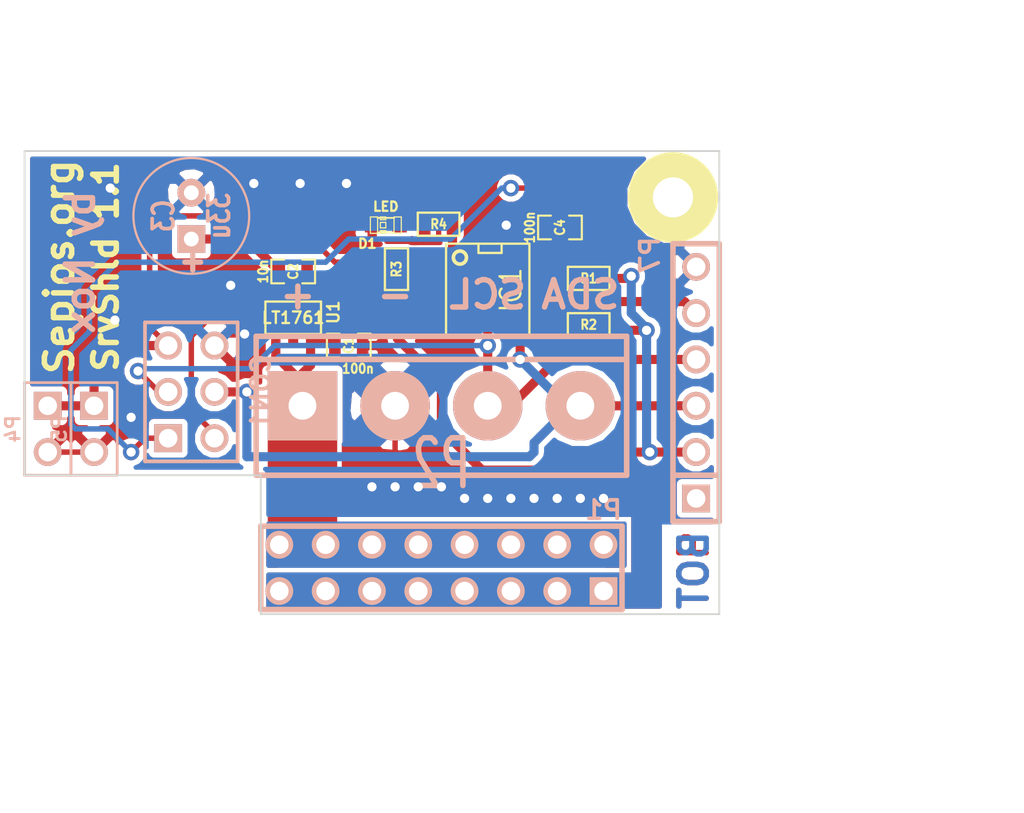
<source format=kicad_pcb>
(kicad_pcb (version 3) (host pcbnew "(2013-07-07 BZR 4022)-stable")

  (general
    (links 55)
    (no_connects 0)
    (area 46.697857 32.710001 109.6 78.900001)
    (thickness 1.6)
    (drawings 19)
    (tracks 205)
    (zones 0)
    (modules 18)
    (nets 11)
  )

  (page A3)
  (title_block 
    (title "Servo Controller Shield")
    (rev 3)
    (company "Sepios, ETH Zürich")
    (comment 1 "Adafruit 16-Channel 12-bit PWM/Servo Driver to reduce cabling.")
    (comment 2 "Small scale shield to connect on top of")
    (comment 3 http://sepios.org)
    (comment 4 "by Nox")
  )

  (layers
    (15 F.Cu signal)
    (0 B.Cu signal)
    (16 B.Adhes user)
    (17 F.Adhes user)
    (18 B.Paste user)
    (19 F.Paste user)
    (20 B.SilkS user)
    (21 F.SilkS user)
    (22 B.Mask user)
    (23 F.Mask user)
    (24 Dwgs.User user)
    (25 Cmts.User user)
    (26 Eco1.User user)
    (27 Eco2.User user)
    (28 Edge.Cuts user)
  )

  (setup
    (last_trace_width 0.3)
    (user_trace_width 0.4)
    (user_trace_width 0.5)
    (user_trace_width 1)
    (user_trace_width 2)
    (user_trace_width 5.08)
    (trace_clearance 0.3)
    (zone_clearance 0.25)
    (zone_45_only no)
    (trace_min 0.3)
    (segment_width 0.2)
    (edge_width 0.1)
    (via_size 0.9)
    (via_drill 0.508)
    (via_min_size 0.9)
    (via_min_drill 0.508)
    (uvia_size 0.508)
    (uvia_drill 0.127)
    (uvias_allowed no)
    (uvia_min_size 0.508)
    (uvia_min_drill 0.127)
    (pcb_text_width 0.3)
    (pcb_text_size 1.5 1.5)
    (mod_edge_width 0.15)
    (mod_text_size 1 1)
    (mod_text_width 0.15)
    (pad_size 4.4 4.4)
    (pad_drill 2.2)
    (pad_to_mask_clearance 0)
    (aux_axis_origin 0 0)
    (visible_elements 7FFFFFFF)
    (pcbplotparams
      (layerselection 284196865)
      (usegerberextensions true)
      (excludeedgelayer true)
      (linewidth 0.150000)
      (plotframeref false)
      (viasonmask false)
      (mode 1)
      (useauxorigin false)
      (hpglpennumber 1)
      (hpglpenspeed 20)
      (hpglpendiameter 15)
      (hpglpenoverlay 2)
      (psnegative false)
      (psa4output false)
      (plotreference true)
      (plotvalue true)
      (plotothertext true)
      (plotinvisibletext false)
      (padsonsilk false)
      (subtractmaskfromsilk false)
      (outputformat 1)
      (mirror false)
      (drillshape 0)
      (scaleselection 1)
      (outputdirectory ""))
  )

  (net 0 "")
  (net 1 +BATT)
  (net 2 /SCL)
  (net 3 /SDA)
  (net 4 GND)
  (net 5 N-0000012)
  (net 6 N-000002)
  (net 7 N-000003)
  (net 8 N-000004)
  (net 9 N-000009)
  (net 10 VCC)

  (net_class Default "This is the default net class."
    (clearance 0.3)
    (trace_width 0.3)
    (via_dia 0.9)
    (via_drill 0.508)
    (uvia_dia 0.508)
    (uvia_drill 0.127)
    (add_net "")
    (add_net +BATT)
    (add_net /SCL)
    (add_net /SDA)
    (add_net GND)
    (add_net N-0000012)
    (add_net N-000002)
    (add_net N-000003)
    (add_net N-000004)
    (add_net N-000009)
    (add_net VCC)
  )

  (module 1pin (layer F.Cu) (tedit 53667745) (tstamp 52A4C026)
    (at 86.36 43.18)
    (descr "module 1 pin (ou trou mecanique de percage)")
    (tags DEV)
    (path 1pin)
    (fp_text reference 1PIN (at 0 -3.048) (layer F.SilkS) hide
      (effects (font (size 1.016 1.016) (thickness 0.254)))
    )
    (fp_text value P*** (at 0 2.794) (layer F.SilkS) hide
      (effects (font (size 1.016 1.016) (thickness 0.254)))
    )
    (fp_circle (center 0 0) (end 0 -2.286) (layer F.SilkS) (width 0.381))
    (pad "" np_thru_hole circle (at 0 0) (size 4.4 4.4) (drill 2.2)
      (layers *.Cu *.Mask F.SilkS)
    )
  )

  (module SOT23-5 (layer F.Cu) (tedit 4ECF78EF) (tstamp 52A4BC0E)
    (at 65.532 49.784)
    (path /52A48971)
    (attr smd)
    (fp_text reference U1 (at 2.19964 -0.29972 90) (layer F.SilkS)
      (effects (font (size 0.635 0.635) (thickness 0.127)))
    )
    (fp_text value LT1761 (at 0 0) (layer F.SilkS)
      (effects (font (size 0.635 0.635) (thickness 0.127)))
    )
    (fp_line (start 1.524 -0.889) (end 1.524 0.889) (layer F.SilkS) (width 0.127))
    (fp_line (start 1.524 0.889) (end -1.524 0.889) (layer F.SilkS) (width 0.127))
    (fp_line (start -1.524 0.889) (end -1.524 -0.889) (layer F.SilkS) (width 0.127))
    (fp_line (start -1.524 -0.889) (end 1.524 -0.889) (layer F.SilkS) (width 0.127))
    (pad 1 smd rect (at -0.9525 1.27) (size 0.508 0.762)
      (layers F.Cu F.Paste F.Mask)
      (net 1 +BATT)
    )
    (pad 3 smd rect (at 0.9525 1.27) (size 0.508 0.762)
      (layers F.Cu F.Paste F.Mask)
      (net 1 +BATT)
    )
    (pad 5 smd rect (at -0.9525 -1.27) (size 0.508 0.762)
      (layers F.Cu F.Paste F.Mask)
      (net 10 VCC)
    )
    (pad 2 smd rect (at 0 1.27) (size 0.508 0.762)
      (layers F.Cu F.Paste F.Mask)
      (net 4 GND)
    )
    (pad 4 smd rect (at 0.9525 -1.27) (size 0.508 0.762)
      (layers F.Cu F.Paste F.Mask)
      (net 9 N-000009)
    )
    (model smd/SOT23_5.wrl
      (at (xyz 0 0 0))
      (scale (xyz 0.1 0.1 0.1))
      (rotate (xyz 0 0 0))
    )
  )

  (module SO8N (layer F.Cu) (tedit 536672B5) (tstamp 52A4C18B)
    (at 76.2 48.26 270)
    (descr "Module CMS SOJ 8 pins large")
    (tags "CMS SOJ")
    (path /52A49064)
    (attr smd)
    (fp_text reference IC1 (at 0 -1.27 270) (layer F.SilkS)
      (effects (font (size 1.143 1.016) (thickness 0.127)))
    )
    (fp_text value ATTINY85-S (at -0.254 1.016 270) (layer F.SilkS) hide
      (effects (font (size 1.016 1.016) (thickness 0.127)))
    )
    (fp_line (start -2.54 -2.286) (end 2.54 -2.286) (layer F.SilkS) (width 0.127))
    (fp_line (start 2.54 -2.286) (end 2.54 2.286) (layer F.SilkS) (width 0.127))
    (fp_line (start 2.54 2.286) (end -2.54 2.286) (layer F.SilkS) (width 0.127))
    (fp_line (start -2.54 2.286) (end -2.54 -2.286) (layer F.SilkS) (width 0.127))
    (fp_line (start -2.54 -0.762) (end -2.032 -0.762) (layer F.SilkS) (width 0.127))
    (fp_line (start -2.032 -0.762) (end -2.032 0.508) (layer F.SilkS) (width 0.127))
    (fp_line (start -2.032 0.508) (end -2.54 0.508) (layer F.SilkS) (width 0.127))
    (pad 8 smd rect (at -1.905 -3.175 270) (size 0.508 1.143)
      (layers F.Cu F.Paste F.Mask)
      (net 10 VCC)
    )
    (pad 7 smd rect (at -0.635 -3.175 270) (size 0.508 1.143)
      (layers F.Cu F.Paste F.Mask)
      (net 2 /SCL)
    )
    (pad 6 smd rect (at 0.635 -3.175 270) (size 0.508 1.143)
      (layers F.Cu F.Paste F.Mask)
      (net 6 N-000002)
    )
    (pad 5 smd rect (at 1.905 -3.175 270) (size 0.508 1.143)
      (layers F.Cu F.Paste F.Mask)
      (net 3 /SDA)
    )
    (pad 4 smd rect (at 1.905 3.175 270) (size 0.508 1.143)
      (layers F.Cu F.Paste F.Mask)
      (net 4 GND)
    )
    (pad 3 smd rect (at 0.635 3.175 270) (size 0.508 1.143)
      (layers F.Cu F.Paste F.Mask)
    )
    (pad 2 smd rect (at -0.635 3.175 270) (size 0.508 1.143)
      (layers F.Cu F.Paste F.Mask)
      (net 8 N-000004)
    )
    (pad 1 smd rect (at -1.905 3.175 270) (size 0.508 1.143)
      (layers F.Cu F.Paste F.Mask)
      (net 7 N-000003)
    )
    (model smd/cms_so8.wrl
      (at (xyz 0 0 0))
      (scale (xyz 0.5 0.38 0.5))
      (rotate (xyz 0 0 0))
    )
  )

  (module SM0603_Capa (layer F.Cu) (tedit 5051B1EC) (tstamp 52A4BC2D)
    (at 65.532 47.244)
    (path /52A499A1)
    (attr smd)
    (fp_text reference C2 (at 0 0 90) (layer F.SilkS)
      (effects (font (size 0.508 0.4572) (thickness 0.1143)))
    )
    (fp_text value 10n (at -1.651 0 90) (layer F.SilkS)
      (effects (font (size 0.508 0.4572) (thickness 0.1143)))
    )
    (fp_line (start 0.50038 0.65024) (end 1.19888 0.65024) (layer F.SilkS) (width 0.11938))
    (fp_line (start -0.50038 0.65024) (end -1.19888 0.65024) (layer F.SilkS) (width 0.11938))
    (fp_line (start 0.50038 -0.65024) (end 1.19888 -0.65024) (layer F.SilkS) (width 0.11938))
    (fp_line (start -1.19888 -0.65024) (end -0.50038 -0.65024) (layer F.SilkS) (width 0.11938))
    (fp_line (start 1.19888 -0.635) (end 1.19888 0.635) (layer F.SilkS) (width 0.11938))
    (fp_line (start -1.19888 0.635) (end -1.19888 -0.635) (layer F.SilkS) (width 0.11938))
    (pad 1 smd rect (at -0.762 0) (size 0.635 1.143)
      (layers F.Cu F.Paste F.Mask)
      (net 10 VCC)
    )
    (pad 2 smd rect (at 0.762 0) (size 0.635 1.143)
      (layers F.Cu F.Paste F.Mask)
      (net 9 N-000009)
    )
    (model smd\capacitors\C0603.wrl
      (at (xyz 0 0 0.001))
      (scale (xyz 0.5 0.5 0.5))
      (rotate (xyz 0 0 0))
    )
  )

  (module SM0603_Capa (layer F.Cu) (tedit 5366727C) (tstamp 536672E7)
    (at 80.1624 44.831)
    (path /52A499F9)
    (attr smd)
    (fp_text reference C4 (at 0 0 90) (layer F.SilkS)
      (effects (font (size 0.508 0.4572) (thickness 0.1143)))
    )
    (fp_text value 100n (at -1.651 0 90) (layer F.SilkS)
      (effects (font (size 0.508 0.4572) (thickness 0.1143)))
    )
    (fp_line (start 0.50038 0.65024) (end 1.19888 0.65024) (layer F.SilkS) (width 0.11938))
    (fp_line (start -0.50038 0.65024) (end -1.19888 0.65024) (layer F.SilkS) (width 0.11938))
    (fp_line (start 0.50038 -0.65024) (end 1.19888 -0.65024) (layer F.SilkS) (width 0.11938))
    (fp_line (start -1.19888 -0.65024) (end -0.50038 -0.65024) (layer F.SilkS) (width 0.11938))
    (fp_line (start 1.19888 -0.635) (end 1.19888 0.635) (layer F.SilkS) (width 0.11938))
    (fp_line (start -1.19888 0.635) (end -1.19888 -0.635) (layer F.SilkS) (width 0.11938))
    (pad 1 smd rect (at -0.762 0) (size 0.635 1.143)
      (layers F.Cu F.Paste F.Mask)
      (net 10 VCC)
    )
    (pad 2 smd rect (at 0.762 0) (size 0.635 1.143)
      (layers F.Cu F.Paste F.Mask)
      (net 4 GND)
    )
    (model smd\capacitors\C0603.wrl
      (at (xyz 0 0 0.001))
      (scale (xyz 0.5 0.5 0.5))
      (rotate (xyz 0 0 0))
    )
  )

  (module SM0603_Capa (layer F.Cu) (tedit 53667267) (tstamp 52A4BC45)
    (at 68.58 51.308)
    (path /52A49A81)
    (attr smd)
    (fp_text reference C1 (at 0 0 90) (layer F.SilkS)
      (effects (font (size 0.508 0.4572) (thickness 0.1143)))
    )
    (fp_text value 100n (at 0.508 1.27) (layer F.SilkS)
      (effects (font (size 0.508 0.4572) (thickness 0.1143)))
    )
    (fp_line (start 0.50038 0.65024) (end 1.19888 0.65024) (layer F.SilkS) (width 0.11938))
    (fp_line (start -0.50038 0.65024) (end -1.19888 0.65024) (layer F.SilkS) (width 0.11938))
    (fp_line (start 0.50038 -0.65024) (end 1.19888 -0.65024) (layer F.SilkS) (width 0.11938))
    (fp_line (start -1.19888 -0.65024) (end -0.50038 -0.65024) (layer F.SilkS) (width 0.11938))
    (fp_line (start 1.19888 -0.635) (end 1.19888 0.635) (layer F.SilkS) (width 0.11938))
    (fp_line (start -1.19888 0.635) (end -1.19888 -0.635) (layer F.SilkS) (width 0.11938))
    (pad 1 smd rect (at -0.762 0) (size 0.635 1.143)
      (layers F.Cu F.Paste F.Mask)
      (net 1 +BATT)
    )
    (pad 2 smd rect (at 0.762 0) (size 0.635 1.143)
      (layers F.Cu F.Paste F.Mask)
      (net 4 GND)
    )
    (model smd\capacitors\C0603.wrl
      (at (xyz 0 0 0.001))
      (scale (xyz 0.5 0.5 0.5))
      (rotate (xyz 0 0 0))
    )
  )

  (module SM0603 (layer F.Cu) (tedit 4E43A3D1) (tstamp 52A4BC4F)
    (at 71.1962 47.117 270)
    (path /52A4991C)
    (attr smd)
    (fp_text reference R3 (at 0 0 270) (layer F.SilkS)
      (effects (font (size 0.508 0.4572) (thickness 0.1143)))
    )
    (fp_text value 47k (at 0 0 270) (layer F.SilkS) hide
      (effects (font (size 0.508 0.4572) (thickness 0.1143)))
    )
    (fp_line (start -1.143 -0.635) (end 1.143 -0.635) (layer F.SilkS) (width 0.127))
    (fp_line (start 1.143 -0.635) (end 1.143 0.635) (layer F.SilkS) (width 0.127))
    (fp_line (start 1.143 0.635) (end -1.143 0.635) (layer F.SilkS) (width 0.127))
    (fp_line (start -1.143 0.635) (end -1.143 -0.635) (layer F.SilkS) (width 0.127))
    (pad 1 smd rect (at -0.762 0 270) (size 0.635 1.143)
      (layers F.Cu F.Paste F.Mask)
      (net 7 N-000003)
    )
    (pad 2 smd rect (at 0.762 0 270) (size 0.635 1.143)
      (layers F.Cu F.Paste F.Mask)
      (net 10 VCC)
    )
    (model smd\resistors\R0603.wrl
      (at (xyz 0 0 0.001))
      (scale (xyz 0.5 0.5 0.5))
      (rotate (xyz 0 0 0))
    )
  )

  (module SM0603 (layer F.Cu) (tedit 4E43A3D1) (tstamp 5366731A)
    (at 73.5076 44.6532 180)
    (path /52A4ACAB)
    (attr smd)
    (fp_text reference R4 (at 0 0 180) (layer F.SilkS)
      (effects (font (size 0.508 0.4572) (thickness 0.1143)))
    )
    (fp_text value 680 (at 0 0 180) (layer F.SilkS) hide
      (effects (font (size 0.508 0.4572) (thickness 0.1143)))
    )
    (fp_line (start -1.143 -0.635) (end 1.143 -0.635) (layer F.SilkS) (width 0.127))
    (fp_line (start 1.143 -0.635) (end 1.143 0.635) (layer F.SilkS) (width 0.127))
    (fp_line (start 1.143 0.635) (end -1.143 0.635) (layer F.SilkS) (width 0.127))
    (fp_line (start -1.143 0.635) (end -1.143 -0.635) (layer F.SilkS) (width 0.127))
    (pad 1 smd rect (at -0.762 0 180) (size 0.635 1.143)
      (layers F.Cu F.Paste F.Mask)
      (net 8 N-000004)
    )
    (pad 2 smd rect (at 0.762 0 180) (size 0.635 1.143)
      (layers F.Cu F.Paste F.Mask)
      (net 5 N-0000012)
    )
    (model smd\resistors\R0603.wrl
      (at (xyz 0 0 0.001))
      (scale (xyz 0.5 0.5 0.5))
      (rotate (xyz 0 0 0))
    )
  )

  (module SM0603 (layer F.Cu) (tedit 4E43A3D1) (tstamp 52A4BC63)
    (at 81.7372 47.625 180)
    (path /52A4A64C)
    (attr smd)
    (fp_text reference R1 (at 0 0 180) (layer F.SilkS)
      (effects (font (size 0.508 0.4572) (thickness 0.1143)))
    )
    (fp_text value 4.7k (at 0 0 180) (layer F.SilkS) hide
      (effects (font (size 0.508 0.4572) (thickness 0.1143)))
    )
    (fp_line (start -1.143 -0.635) (end 1.143 -0.635) (layer F.SilkS) (width 0.127))
    (fp_line (start 1.143 -0.635) (end 1.143 0.635) (layer F.SilkS) (width 0.127))
    (fp_line (start 1.143 0.635) (end -1.143 0.635) (layer F.SilkS) (width 0.127))
    (fp_line (start -1.143 0.635) (end -1.143 -0.635) (layer F.SilkS) (width 0.127))
    (pad 1 smd rect (at -0.762 0 180) (size 0.635 1.143)
      (layers F.Cu F.Paste F.Mask)
      (net 10 VCC)
    )
    (pad 2 smd rect (at 0.762 0 180) (size 0.635 1.143)
      (layers F.Cu F.Paste F.Mask)
      (net 2 /SCL)
    )
    (model smd\resistors\R0603.wrl
      (at (xyz 0 0 0.001))
      (scale (xyz 0.5 0.5 0.5))
      (rotate (xyz 0 0 0))
    )
  )

  (module SM0603 (layer F.Cu) (tedit 4E43A3D1) (tstamp 52A4BC6D)
    (at 81.7372 50.165 180)
    (path /52A4A65B)
    (attr smd)
    (fp_text reference R2 (at 0 0 180) (layer F.SilkS)
      (effects (font (size 0.508 0.4572) (thickness 0.1143)))
    )
    (fp_text value 4.7k (at 0 0 180) (layer F.SilkS) hide
      (effects (font (size 0.508 0.4572) (thickness 0.1143)))
    )
    (fp_line (start -1.143 -0.635) (end 1.143 -0.635) (layer F.SilkS) (width 0.127))
    (fp_line (start 1.143 -0.635) (end 1.143 0.635) (layer F.SilkS) (width 0.127))
    (fp_line (start 1.143 0.635) (end -1.143 0.635) (layer F.SilkS) (width 0.127))
    (fp_line (start -1.143 0.635) (end -1.143 -0.635) (layer F.SilkS) (width 0.127))
    (pad 1 smd rect (at -0.762 0 180) (size 0.635 1.143)
      (layers F.Cu F.Paste F.Mask)
      (net 10 VCC)
    )
    (pad 2 smd rect (at 0.762 0 180) (size 0.635 1.143)
      (layers F.Cu F.Paste F.Mask)
      (net 3 /SDA)
    )
    (model smd\resistors\R0603.wrl
      (at (xyz 0 0 0.001))
      (scale (xyz 0.5 0.5 0.5))
      (rotate (xyz 0 0 0))
    )
  )

  (module pin_array_8x2   locked (layer B.Cu) (tedit 5366760E) (tstamp 52A4BCA8)
    (at 73.66 63.5 180)
    (descr "Double rangee de contacts 2 x 8 pins")
    (tags CONN)
    (path /52A4B351)
    (fp_text reference P1 (at -8.89 3.175 180) (layer B.SilkS)
      (effects (font (size 1.016 1.016) (thickness 0.2032)) (justify mirror))
    )
    (fp_text value SERVO_PWR (at 5.08 3.175 180) (layer B.SilkS) hide
      (effects (font (size 1.016 1.016) (thickness 0.2032)) (justify mirror))
    )
    (fp_line (start -9.906 -2.286) (end -9.906 2.286) (layer B.SilkS) (width 0.3048))
    (fp_line (start -9.906 2.286) (end 9.906 2.286) (layer B.SilkS) (width 0.3048))
    (fp_line (start 9.906 2.286) (end 9.906 -2.286) (layer B.SilkS) (width 0.3048))
    (fp_line (start 9.906 -2.286) (end -9.906 -2.286) (layer B.SilkS) (width 0.3048))
    (pad 1 thru_hole rect (at -8.89 -1.27 180) (size 1.524 1.524) (drill 1.016)
      (layers *.Cu *.Mask B.SilkS)
      (net 4 GND)
      (zone_connect 2)
    )
    (pad 2 thru_hole circle (at -8.89 1.27 180) (size 1.524 1.524) (drill 1.016)
      (layers *.Cu *.Mask B.SilkS)
      (net 1 +BATT)
    )
    (pad 3 thru_hole circle (at -6.35 -1.27 180) (size 1.524 1.524) (drill 1.016)
      (layers *.Cu *.Mask B.SilkS)
      (net 4 GND)
      (zone_connect 2)
    )
    (pad 4 thru_hole circle (at -6.35 1.27 180) (size 1.524 1.524) (drill 1.016)
      (layers *.Cu *.Mask B.SilkS)
      (net 1 +BATT)
    )
    (pad 5 thru_hole circle (at -3.81 -1.27 180) (size 1.524 1.524) (drill 1.016)
      (layers *.Cu *.Mask B.SilkS)
      (net 4 GND)
      (zone_connect 2)
    )
    (pad 6 thru_hole circle (at -3.81 1.27 180) (size 1.524 1.524) (drill 1.016)
      (layers *.Cu *.Mask B.SilkS)
      (net 1 +BATT)
    )
    (pad 7 thru_hole circle (at -1.27 -1.27 180) (size 1.524 1.524) (drill 1.016)
      (layers *.Cu *.Mask B.SilkS)
      (net 4 GND)
      (zone_connect 2)
    )
    (pad 8 thru_hole circle (at -1.27 1.27 180) (size 1.524 1.524) (drill 1.016)
      (layers *.Cu *.Mask B.SilkS)
      (net 1 +BATT)
    )
    (pad 9 thru_hole circle (at 1.27 -1.27 180) (size 1.524 1.524) (drill 1.016)
      (layers *.Cu *.Mask B.SilkS)
      (net 4 GND)
      (zone_connect 2)
    )
    (pad 10 thru_hole circle (at 1.27 1.27 180) (size 1.524 1.524) (drill 1.016)
      (layers *.Cu *.Mask B.SilkS)
      (net 1 +BATT)
    )
    (pad 11 thru_hole circle (at 3.81 -1.27 180) (size 1.524 1.524) (drill 1.016)
      (layers *.Cu *.Mask B.SilkS)
      (net 4 GND)
      (zone_connect 2)
    )
    (pad 12 thru_hole circle (at 3.81 1.27 180) (size 1.524 1.524) (drill 1.016)
      (layers *.Cu *.Mask B.SilkS)
      (net 1 +BATT)
    )
    (pad 13 thru_hole circle (at 6.35 -1.27 180) (size 1.524 1.524) (drill 1.016)
      (layers *.Cu *.Mask B.SilkS)
      (net 4 GND)
      (zone_connect 2)
    )
    (pad 14 thru_hole circle (at 6.35 1.27 180) (size 1.524 1.524) (drill 1.016)
      (layers *.Cu *.Mask B.SilkS)
      (net 1 +BATT)
    )
    (pad 15 thru_hole circle (at 8.89 -1.27 180) (size 1.524 1.524) (drill 1.016)
      (layers *.Cu *.Mask B.SilkS)
      (net 4 GND)
      (zone_connect 2)
    )
    (pad 16 thru_hole circle (at 8.89 1.27 180) (size 1.524 1.524) (drill 1.016)
      (layers *.Cu *.Mask B.SilkS)
      (net 1 +BATT)
    )
    (model pin_array/pins_array_8x2.wrl
      (at (xyz 0 0 0))
      (scale (xyz 1 1 1))
      (rotate (xyz 0 0 0))
    )
  )

  (module pin_array_3x2 (layer B.Cu) (tedit 42931587) (tstamp 52A4BCB6)
    (at 59.944 53.848 90)
    (descr "Double rangee de contacts 2 x 4 pins")
    (tags CONN)
    (path /52A49BC4)
    (fp_text reference CON1 (at 0 3.81 90) (layer B.SilkS)
      (effects (font (size 1.016 1.016) (thickness 0.2032)) (justify mirror))
    )
    (fp_text value AVR-ISP-6 (at 0 -3.81 90) (layer B.SilkS) hide
      (effects (font (size 1.016 1.016) (thickness 0.2032)) (justify mirror))
    )
    (fp_line (start 3.81 -2.54) (end -3.81 -2.54) (layer B.SilkS) (width 0.2032))
    (fp_line (start -3.81 2.54) (end 3.81 2.54) (layer B.SilkS) (width 0.2032))
    (fp_line (start 3.81 2.54) (end 3.81 -2.54) (layer B.SilkS) (width 0.2032))
    (fp_line (start -3.81 -2.54) (end -3.81 2.54) (layer B.SilkS) (width 0.2032))
    (pad 1 thru_hole rect (at -2.54 -1.27 90) (size 1.524 1.524) (drill 1.016)
      (layers *.Cu *.Mask B.SilkS)
      (net 6 N-000002)
    )
    (pad 2 thru_hole circle (at -2.54 1.27 90) (size 1.524 1.524) (drill 1.016)
      (layers *.Cu *.Mask B.SilkS)
      (net 10 VCC)
    )
    (pad 3 thru_hole circle (at 0 -1.27 90) (size 1.524 1.524) (drill 1.016)
      (layers *.Cu *.Mask B.SilkS)
      (net 2 /SCL)
    )
    (pad 4 thru_hole circle (at 0 1.27 90) (size 1.524 1.524) (drill 1.016)
      (layers *.Cu *.Mask B.SilkS)
      (net 3 /SDA)
    )
    (pad 5 thru_hole circle (at 2.54 -1.27 90) (size 1.524 1.524) (drill 1.016)
      (layers *.Cu *.Mask B.SilkS)
      (net 7 N-000003)
    )
    (pad 6 thru_hole circle (at 2.54 1.27 90) (size 1.524 1.524) (drill 1.016)
      (layers *.Cu *.Mask B.SilkS)
      (net 4 GND)
    )
    (model pin_array/pins_array_3x2.wrl
      (at (xyz 0 0 0))
      (scale (xyz 1 1 1))
      (rotate (xyz 0 0 0))
    )
  )

  (module LED-0603 (layer F.Cu) (tedit 53667291) (tstamp 5366730F)
    (at 70.612 44.704 180)
    (descr "LED 0603 smd package")
    (tags "LED led 0603 SMD smd SMT smt smdled SMDLED smtled SMTLED")
    (path /52A4AC40)
    (attr smd)
    (fp_text reference D1 (at 1.016 -1.016 180) (layer F.SilkS)
      (effects (font (size 0.508 0.508) (thickness 0.127)))
    )
    (fp_text value LED (at 0 1.016 180) (layer F.SilkS)
      (effects (font (size 0.508 0.508) (thickness 0.127)))
    )
    (fp_line (start 0.44958 -0.44958) (end 0.44958 0.44958) (layer F.SilkS) (width 0.06604))
    (fp_line (start 0.44958 0.44958) (end 0.84836 0.44958) (layer F.SilkS) (width 0.06604))
    (fp_line (start 0.84836 -0.44958) (end 0.84836 0.44958) (layer F.SilkS) (width 0.06604))
    (fp_line (start 0.44958 -0.44958) (end 0.84836 -0.44958) (layer F.SilkS) (width 0.06604))
    (fp_line (start -0.84836 -0.44958) (end -0.84836 0.44958) (layer F.SilkS) (width 0.06604))
    (fp_line (start -0.84836 0.44958) (end -0.44958 0.44958) (layer F.SilkS) (width 0.06604))
    (fp_line (start -0.44958 -0.44958) (end -0.44958 0.44958) (layer F.SilkS) (width 0.06604))
    (fp_line (start -0.84836 -0.44958) (end -0.44958 -0.44958) (layer F.SilkS) (width 0.06604))
    (fp_line (start 0 -0.44958) (end 0 -0.29972) (layer F.SilkS) (width 0.06604))
    (fp_line (start 0 -0.29972) (end 0.29972 -0.29972) (layer F.SilkS) (width 0.06604))
    (fp_line (start 0.29972 -0.44958) (end 0.29972 -0.29972) (layer F.SilkS) (width 0.06604))
    (fp_line (start 0 -0.44958) (end 0.29972 -0.44958) (layer F.SilkS) (width 0.06604))
    (fp_line (start 0 0.29972) (end 0 0.44958) (layer F.SilkS) (width 0.06604))
    (fp_line (start 0 0.44958) (end 0.29972 0.44958) (layer F.SilkS) (width 0.06604))
    (fp_line (start 0.29972 0.29972) (end 0.29972 0.44958) (layer F.SilkS) (width 0.06604))
    (fp_line (start 0 0.29972) (end 0.29972 0.29972) (layer F.SilkS) (width 0.06604))
    (fp_line (start 0 -0.14986) (end 0 0.14986) (layer F.SilkS) (width 0.06604))
    (fp_line (start 0 0.14986) (end 0.29972 0.14986) (layer F.SilkS) (width 0.06604))
    (fp_line (start 0.29972 -0.14986) (end 0.29972 0.14986) (layer F.SilkS) (width 0.06604))
    (fp_line (start 0 -0.14986) (end 0.29972 -0.14986) (layer F.SilkS) (width 0.06604))
    (fp_line (start 0.44958 -0.39878) (end -0.44958 -0.39878) (layer F.SilkS) (width 0.1016))
    (fp_line (start 0.44958 0.39878) (end -0.44958 0.39878) (layer F.SilkS) (width 0.1016))
    (pad 1 smd rect (at -0.7493 0 180) (size 0.79756 0.79756)
      (layers F.Cu F.Paste F.Mask)
      (net 5 N-0000012)
    )
    (pad 2 smd rect (at 0.7493 0 180) (size 0.79756 0.79756)
      (layers F.Cu F.Paste F.Mask)
      (net 4 GND)
    )
  )

  (module C1V7 (layer B.Cu) (tedit 200000) (tstamp 52A4BCDA)
    (at 59.944 44.196 90)
    (path /52A499D7)
    (fp_text reference C3 (at 0 -1.524 90) (layer B.SilkS)
      (effects (font (size 1.143 0.889) (thickness 0.2032)) (justify mirror))
    )
    (fp_text value 33u (at 0 1.524 90) (layer B.SilkS)
      (effects (font (size 1.143 0.889) (thickness 0.2032)) (justify mirror))
    )
    (fp_text user + (at -2.54 0 90) (layer B.SilkS)
      (effects (font (size 1.143 1.143) (thickness 0.3048)) (justify mirror))
    )
    (fp_circle (center 0 0) (end 3.175 0) (layer B.SilkS) (width 0.127))
    (pad 1 thru_hole rect (at -1.27 0 90) (size 1.524 1.524) (drill 0.8128)
      (layers *.Cu *.Mask B.SilkS)
      (net 10 VCC)
    )
    (pad 2 thru_hole circle (at 1.27 0 90) (size 1.524 1.524) (drill 0.8128)
      (layers *.Cu *.Mask B.SilkS)
      (net 4 GND)
    )
    (model discret/c_vert_c1v7.wrl
      (at (xyz 0 0 0))
      (scale (xyz 1 1 1))
      (rotate (xyz 0 0 0))
    )
  )

  (module bornier4   locked (layer B.Cu) (tedit 53667386) (tstamp 52A4BCE7)
    (at 73.66 54.61)
    (descr "Bornier d'alimentation 4 pins")
    (tags DEV)
    (path /52A4AE1F)
    (fp_text reference P2 (at 0 3.175) (layer B.SilkS)
      (effects (font (size 2.6162 1.59766) (thickness 0.3048)) (justify mirror))
    )
    (fp_text value CONN_4 (at 0 -5.08) (layer B.SilkS) hide
      (effects (font (size 1.524 1.524) (thickness 0.3048)) (justify mirror))
    )
    (fp_line (start -10.16 3.81) (end -10.16 -3.81) (layer B.SilkS) (width 0.3048))
    (fp_line (start 10.16 -3.81) (end 10.16 3.81) (layer B.SilkS) (width 0.3048))
    (fp_line (start 10.16 -2.54) (end -10.16 -2.54) (layer B.SilkS) (width 0.3048))
    (fp_line (start -10.16 3.81) (end 10.16 3.81) (layer B.SilkS) (width 0.3048))
    (fp_line (start -10.16 -3.81) (end 10.16 -3.81) (layer B.SilkS) (width 0.3048))
    (pad 2 thru_hole circle (at -2.54 0) (size 3.81 3.81) (drill 1.524)
      (layers *.Cu *.Mask B.SilkS)
      (net 4 GND)
      (thermal_width 2)
    )
    (pad 3 thru_hole circle (at 2.54 0) (size 3.81 3.81) (drill 1.524)
      (layers *.Cu *.Mask B.SilkS)
      (net 2 /SCL)
    )
    (pad 1 thru_hole rect (at -7.62 0) (size 3.81 3.81) (drill 1.524)
      (layers *.Cu *.Mask B.SilkS)
      (net 1 +BATT)
    )
    (pad 4 thru_hole circle (at 7.62 0) (size 3.81 3.81) (drill 1.524)
      (layers *.Cu *.Mask B.SilkS)
      (net 3 /SDA)
    )
    (model device/bornier_4.wrl
      (at (xyz 0 0 0))
      (scale (xyz 1 1 1))
      (rotate (xyz 0 0 0))
    )
  )

  (module PIN_ARRAY_2X1 (layer B.Cu) (tedit 4565C520) (tstamp 52A4CB40)
    (at 52.07 55.88 270)
    (descr "Connecteurs 2 pins")
    (tags "CONN DEV")
    (path /52A49CFA)
    (fp_text reference P4 (at 0 1.905 270) (layer B.SilkS)
      (effects (font (size 0.762 0.762) (thickness 0.1524)) (justify mirror))
    )
    (fp_text value SENSOR0 (at 0 1.905 270) (layer B.SilkS) hide
      (effects (font (size 0.762 0.762) (thickness 0.1524)) (justify mirror))
    )
    (fp_line (start -2.54 -1.27) (end -2.54 1.27) (layer B.SilkS) (width 0.1524))
    (fp_line (start -2.54 1.27) (end 2.54 1.27) (layer B.SilkS) (width 0.1524))
    (fp_line (start 2.54 1.27) (end 2.54 -1.27) (layer B.SilkS) (width 0.1524))
    (fp_line (start 2.54 -1.27) (end -2.54 -1.27) (layer B.SilkS) (width 0.1524))
    (pad 1 thru_hole rect (at -1.27 0 270) (size 1.524 1.524) (drill 1.016)
      (layers *.Cu *.Mask B.SilkS)
      (net 7 N-000003)
    )
    (pad 2 thru_hole circle (at 1.27 0 270) (size 1.524 1.524) (drill 1.016)
      (layers *.Cu *.Mask B.SilkS)
      (net 4 GND)
    )
    (model pin_array/pins_array_2x1.wrl
      (at (xyz 0 0 0))
      (scale (xyz 1 1 1))
      (rotate (xyz 0 0 0))
    )
  )

  (module PIN_ARRAY_2X1 (layer B.Cu) (tedit 4565C520) (tstamp 52A4CB4A)
    (at 54.61 55.88 270)
    (descr "Connecteurs 2 pins")
    (tags "CONN DEV")
    (path /52A4A7B8)
    (fp_text reference P5 (at 0 1.905 270) (layer B.SilkS)
      (effects (font (size 0.762 0.762) (thickness 0.1524)) (justify mirror))
    )
    (fp_text value SENSOR1 (at 0 1.905 270) (layer B.SilkS) hide
      (effects (font (size 0.762 0.762) (thickness 0.1524)) (justify mirror))
    )
    (fp_line (start -2.54 -1.27) (end -2.54 1.27) (layer B.SilkS) (width 0.1524))
    (fp_line (start -2.54 1.27) (end 2.54 1.27) (layer B.SilkS) (width 0.1524))
    (fp_line (start 2.54 1.27) (end 2.54 -1.27) (layer B.SilkS) (width 0.1524))
    (fp_line (start 2.54 -1.27) (end -2.54 -1.27) (layer B.SilkS) (width 0.1524))
    (pad 1 thru_hole rect (at -1.27 0 270) (size 1.524 1.524) (drill 1.016)
      (layers *.Cu *.Mask B.SilkS)
      (net 7 N-000003)
    )
    (pad 2 thru_hole circle (at 1.27 0 270) (size 1.524 1.524) (drill 1.016)
      (layers *.Cu *.Mask B.SilkS)
      (net 4 GND)
    )
    (model pin_array/pins_array_2x1.wrl
      (at (xyz 0 0 0))
      (scale (xyz 1 1 1))
      (rotate (xyz 0 0 0))
    )
  )

  (module PIN_ARRAY-6X1 (layer B.Cu) (tedit 53667231) (tstamp 536674D9)
    (at 87.63 53.34 90)
    (descr "Connecteur 6 pins")
    (tags "CONN DEV")
    (path /52A49D35)
    (fp_text reference P7 (at 6.985 -2.54 90) (layer B.SilkS)
      (effects (font (size 1.016 1.016) (thickness 0.2032)) (justify mirror))
    )
    (fp_text value SERVO_IO (at 0 -2.159 90) (layer B.SilkS) hide
      (effects (font (size 1.016 0.889) (thickness 0.2032)) (justify mirror))
    )
    (fp_line (start -7.62 -1.27) (end -7.62 1.27) (layer B.SilkS) (width 0.3048))
    (fp_line (start -7.62 1.27) (end 7.62 1.27) (layer B.SilkS) (width 0.3048))
    (fp_line (start 7.62 1.27) (end 7.62 -1.27) (layer B.SilkS) (width 0.3048))
    (fp_line (start 7.62 -1.27) (end -7.62 -1.27) (layer B.SilkS) (width 0.3048))
    (fp_line (start -5.08 -1.27) (end -5.08 1.27) (layer B.SilkS) (width 0.3048))
    (pad 1 thru_hole rect (at -6.35 0 90) (size 1.524 1.524) (drill 1.016)
      (layers *.Cu *.Mask B.SilkS)
    )
    (pad 2 thru_hole circle (at -3.81 0 90) (size 1.524 1.524) (drill 1.016)
      (layers *.Cu *.Mask B.SilkS)
      (net 10 VCC)
    )
    (pad 3 thru_hole circle (at -1.27 0 90) (size 1.524 1.524) (drill 1.016)
      (layers *.Cu *.Mask B.SilkS)
      (net 3 /SDA)
    )
    (pad 4 thru_hole circle (at 1.27 0 90) (size 1.524 1.524) (drill 1.016)
      (layers *.Cu *.Mask B.SilkS)
      (net 2 /SCL)
    )
    (pad 5 thru_hole circle (at 3.81 0 90) (size 1.524 1.524) (drill 1.016)
      (layers *.Cu *.Mask B.SilkS)
      (net 6 N-000002)
    )
    (pad 6 thru_hole circle (at 6.35 0 90) (size 1.524 1.524) (drill 1.016)
      (layers *.Cu *.Mask B.SilkS)
      (net 4 GND)
    )
    (model pin_array/pins_array_6x1.wrl
      (at (xyz 0 0 0))
      (scale (xyz 1 1 1))
      (rotate (xyz 0 0 0))
    )
  )

  (gr_circle (center 74.676 46.482) (end 74.422 46.228) (layer F.SilkS) (width 0.2))
  (gr_text SDA (at 81.28 48.514) (layer B.SilkS)
    (effects (font (size 1.5 1.5) (thickness 0.3)) (justify mirror))
  )
  (gr_text SCL (at 76.2 48.514) (layer B.SilkS)
    (effects (font (size 1.5 1.5) (thickness 0.3)) (justify mirror))
  )
  (gr_text - (at 71.12 48.514) (layer B.SilkS)
    (effects (font (size 1.5 1.5) (thickness 0.3)) (justify mirror))
  )
  (gr_text + (at 65.786 48.514) (layer B.SilkS)
    (effects (font (size 1.5 1.5) (thickness 0.3)) (justify mirror))
  )
  (gr_line (start 50.8 58.42) (end 63.754 58.42) (angle 90) (layer Edge.Cuts) (width 0.1))
  (gr_line (start 63.754 66.04) (end 88.9 66.04) (angle 90) (layer Edge.Cuts) (width 0.1))
  (dimension 2.54 (width 0.3) (layer Cmts.User)
    (gr_text "2.540 mm" (at 87.63 34.210001) (layer Cmts.User)
      (effects (font (size 1.5 1.5) (thickness 0.3)))
    )
    (feature1 (pts (xy 88.9 43.18) (xy 88.9 32.860001)))
    (feature2 (pts (xy 86.36 43.18) (xy 86.36 32.860001)))
    (crossbar (pts (xy 86.36 35.560001) (xy 88.9 35.560001)))
    (arrow1a (pts (xy 88.9 35.560001) (xy 87.773497 36.146421)))
    (arrow1b (pts (xy 88.9 35.560001) (xy 87.773497 34.973581)))
    (arrow2a (pts (xy 86.36 35.560001) (xy 87.486503 36.146421)))
    (arrow2b (pts (xy 86.36 35.560001) (xy 87.486503 34.973581)))
  )
  (dimension 25.4 (width 0.3) (layer Cmts.User)
    (gr_text "25.400 mm" (at 102.95 53.34 90) (layer Cmts.User)
      (effects (font (size 1.5 1.5) (thickness 0.3)))
    )
    (feature1 (pts (xy 99.06 40.64) (xy 104.3 40.64)))
    (feature2 (pts (xy 99.06 66.04) (xy 104.3 66.04)))
    (crossbar (pts (xy 101.6 66.04) (xy 101.6 40.64)))
    (arrow1a (pts (xy 101.6 40.64) (xy 102.18642 41.766503)))
    (arrow1b (pts (xy 101.6 40.64) (xy 101.01358 41.766503)))
    (arrow2a (pts (xy 101.6 66.04) (xy 102.18642 64.913497)))
    (arrow2b (pts (xy 101.6 66.04) (xy 101.01358 64.913497)))
  )
  (dimension 38.1 (width 0.3) (layer Cmts.User)
    (gr_text "38.100 mm" (at 69.85 77.55) (layer Cmts.User)
      (effects (font (size 1.5 1.5) (thickness 0.3)))
    )
    (feature1 (pts (xy 88.9 73.66) (xy 88.9 78.9)))
    (feature2 (pts (xy 50.8 73.66) (xy 50.8 78.9)))
    (crossbar (pts (xy 50.8 76.2) (xy 88.9 76.2)))
    (arrow1a (pts (xy 88.9 76.2) (xy 87.773497 76.78642)))
    (arrow1b (pts (xy 88.9 76.2) (xy 87.773497 75.61358)))
    (arrow2a (pts (xy 50.8 76.2) (xy 51.926503 76.78642)))
    (arrow2b (pts (xy 50.8 76.2) (xy 51.926503 75.61358)))
  )
  (gr_text "SrvShld 1.1" (at 55.245 46.99 90) (layer F.SilkS)
    (effects (font (size 1.3 1.3) (thickness 0.3)))
  )
  (gr_text BOT (at 87.503 63.627 90) (layer B.Cu)
    (effects (font (size 1.5 1.5) (thickness 0.3)) (justify mirror))
  )
  (gr_text TOP (at 87.503 63.627 90) (layer F.Cu)
    (effects (font (size 1.5 1.5) (thickness 0.3)))
  )
  (gr_text "by Nox" (at 53.848 46.736 90) (layer B.SilkS)
    (effects (font (size 1.5 1.5) (thickness 0.3)) (justify mirror))
  )
  (gr_text Sepios.org (at 52.705 46.99 90) (layer F.SilkS)
    (effects (font (size 1.5 1.5) (thickness 0.3)))
  )
  (gr_line (start 50.8 40.64) (end 88.9 40.64) (angle 90) (layer Edge.Cuts) (width 0.1))
  (gr_line (start 50.8 58.42) (end 50.8 40.64) (angle 90) (layer Edge.Cuts) (width 0.1))
  (gr_line (start 63.754 58.42) (end 63.754 66.04) (angle 90) (layer Edge.Cuts) (width 0.1))
  (gr_line (start 88.9 66.04) (end 88.9 40.64) (angle 90) (layer Edge.Cuts) (width 0.1))

  (segment (start 66.04 54.61) (end 66.04 58.166) (width 2) (layer F.Cu) (net 1))
  (segment (start 66.4845 51.054) (end 67.564 51.054) (width 0.5) (layer F.Cu) (net 1))
  (segment (start 67.564 51.054) (end 67.818 51.308) (width 0.5) (layer F.Cu) (net 1) (tstamp 52A4C286))
  (segment (start 66.04 54.61) (end 66.04 53.34) (width 0.5) (layer F.Cu) (net 1))
  (segment (start 66.04 53.34) (end 64.5795 51.8795) (width 0.5) (layer F.Cu) (net 1) (tstamp 52A4C276))
  (segment (start 64.5795 51.8795) (end 64.5795 51.054) (width 0.5) (layer F.Cu) (net 1) (tstamp 52A4C277))
  (segment (start 66.04 54.61) (end 66.04 52.832) (width 0.5) (layer F.Cu) (net 1))
  (segment (start 66.04 52.832) (end 66.4845 52.3875) (width 0.5) (layer F.Cu) (net 1) (tstamp 52A4C270))
  (segment (start 66.4845 52.3875) (end 66.4845 51.054) (width 0.5) (layer F.Cu) (net 1) (tstamp 52A4C271))
  (segment (start 80.01 52.07) (end 87.63 52.07) (width 0.5) (layer F.Cu) (net 2) (tstamp 52A4BE6B))
  (segment (start 78.74 53.34) (end 80.01 52.07) (width 0.5) (layer F.Cu) (net 2) (tstamp 52A4C1C8))
  (segment (start 57.912 52.578) (end 57.15 52.578) (width 0.3) (layer B.Cu) (net 2))
  (segment (start 63.246 52.578) (end 64.516 51.308) (width 0.3) (layer B.Cu) (net 2) (tstamp 52A4C98D))
  (segment (start 76.2 51.308) (end 64.516 51.308) (width 0.3) (layer B.Cu) (net 2) (tstamp 52A4C98E))
  (via (at 76.2 51.308) (size 0.9) (layers F.Cu B.Cu) (net 2))
  (segment (start 57.912 52.578) (end 63.246 52.578) (width 0.3) (layer B.Cu) (net 2) (tstamp 52A4C985))
  (segment (start 58.166 53.848) (end 58.674 53.848) (width 0.3) (layer F.Cu) (net 2) (tstamp 52A4CFB8))
  (segment (start 57.023 52.705) (end 58.166 53.848) (width 0.3) (layer F.Cu) (net 2) (tstamp 52A4CFB7))
  (via (at 57.023 52.705) (size 0.9) (layers F.Cu B.Cu) (net 2))
  (segment (start 57.15 52.578) (end 57.023 52.705) (width 0.3) (layer B.Cu) (net 2) (tstamp 52A4CFB5))
  (segment (start 79.375 47.625) (end 80.9752 47.625) (width 0.5) (layer F.Cu) (net 2))
  (segment (start 76.2 54.61) (end 76.2 51.308) (width 0.5) (layer F.Cu) (net 2))
  (segment (start 76.2 51.308) (end 76.2 49.276) (width 0.5) (layer F.Cu) (net 2) (tstamp 52A4C99F))
  (segment (start 77.851 47.625) (end 79.375 47.625) (width 0.5) (layer F.Cu) (net 2) (tstamp 52A4C1CD))
  (segment (start 76.2 49.276) (end 77.851 47.625) (width 0.5) (layer F.Cu) (net 2) (tstamp 52A4C1CC))
  (segment (start 76.2 54.61) (end 77.47 54.61) (width 0.5) (layer F.Cu) (net 2))
  (segment (start 77.47 54.61) (end 78.74 53.34) (width 0.5) (layer F.Cu) (net 2) (tstamp 52A4BE6A))
  (segment (start 79.375 50.165) (end 78.613 50.165) (width 0.5) (layer F.Cu) (net 3))
  (segment (start 80.518 54.61) (end 81.28 54.61) (width 0.5) (layer B.Cu) (net 3) (tstamp 52A4CD98))
  (segment (start 77.978 52.07) (end 80.518 54.61) (width 0.5) (layer B.Cu) (net 3) (tstamp 52A4CD97))
  (via (at 77.978 52.07) (size 0.9) (layers F.Cu B.Cu) (net 3))
  (segment (start 77.978 50.8) (end 77.978 52.07) (width 0.5) (layer F.Cu) (net 3) (tstamp 52A4CD94))
  (segment (start 78.613 50.165) (end 77.978 50.8) (width 0.5) (layer F.Cu) (net 3) (tstamp 52A4CD91))
  (segment (start 81.28 54.61) (end 80.772 54.61) (width 0.5) (layer B.Cu) (net 3))
  (segment (start 78.74 57.15) (end 78.74 56.642) (width 0.5) (layer B.Cu) (net 3) (tstamp 52A4C675))
  (segment (start 78.486 57.404) (end 78.74 57.15) (width 0.5) (layer B.Cu) (net 3) (tstamp 52A4C672))
  (segment (start 62.992 57.404) (end 78.486 57.404) (width 0.5) (layer B.Cu) (net 3) (tstamp 52A4C671))
  (segment (start 62.992 53.848) (end 62.992 57.404) (width 0.5) (layer B.Cu) (net 3) (tstamp 52A4C670))
  (via (at 62.992 53.848) (size 0.9) (layers F.Cu B.Cu) (net 3))
  (segment (start 61.214 53.848) (end 62.992 53.848) (width 0.5) (layer F.Cu) (net 3))
  (segment (start 80.772 54.61) (end 78.74 56.642) (width 0.5) (layer B.Cu) (net 3) (tstamp 52A4CD85))
  (segment (start 79.375 50.165) (end 80.9752 50.165) (width 0.5) (layer F.Cu) (net 3))
  (segment (start 81.28 54.61) (end 86.4108 54.61) (width 0.5) (layer F.Cu) (net 3))
  (segment (start 86.4108 54.61) (end 87.63 54.61) (width 0.5) (layer F.Cu) (net 3) (tstamp 52A4C3D7))
  (segment (start 82.55 64.77) (end 80.01 64.77) (width 2) (layer F.Cu) (net 4))
  (segment (start 70.485 59.055) (end 71.12 59.055) (width 0.3) (layer F.Cu) (net 4))
  (via (at 82.55 59.69) (size 0.9) (layers F.Cu B.Cu) (net 4))
  (segment (start 81.28 59.69) (end 82.55 59.69) (width 0.3) (layer B.Cu) (net 4) (tstamp 53667176))
  (via (at 81.28 59.69) (size 0.9) (layers F.Cu B.Cu) (net 4))
  (segment (start 80.01 59.69) (end 81.28 59.69) (width 0.3) (layer F.Cu) (net 4) (tstamp 53667173))
  (via (at 80.01 59.69) (size 0.9) (layers F.Cu B.Cu) (net 4))
  (segment (start 78.74 59.69) (end 80.01 59.69) (width 0.3) (layer B.Cu) (net 4) (tstamp 53667170))
  (via (at 78.74 59.69) (size 0.9) (layers F.Cu B.Cu) (net 4))
  (segment (start 77.47 59.69) (end 78.74 59.69) (width 0.3) (layer F.Cu) (net 4) (tstamp 5366716D))
  (via (at 77.47 59.69) (size 0.9) (layers F.Cu B.Cu) (net 4))
  (segment (start 76.2 59.69) (end 77.47 59.69) (width 0.3) (layer B.Cu) (net 4) (tstamp 5366716A))
  (via (at 76.2 59.69) (size 0.9) (layers F.Cu B.Cu) (net 4))
  (segment (start 74.93 59.69) (end 76.2 59.69) (width 0.3) (layer F.Cu) (net 4) (tstamp 53667167))
  (via (at 74.93 59.69) (size 0.9) (layers F.Cu B.Cu) (net 4))
  (segment (start 74.295 59.69) (end 74.93 59.69) (width 0.3) (layer B.Cu) (net 4) (tstamp 53667165))
  (segment (start 73.66 59.055) (end 74.295 59.69) (width 0.3) (layer B.Cu) (net 4) (tstamp 53667164))
  (via (at 73.66 59.055) (size 0.9) (layers F.Cu B.Cu) (net 4))
  (segment (start 72.39 59.055) (end 73.66 59.055) (width 0.3) (layer F.Cu) (net 4) (tstamp 53667161))
  (via (at 72.39 59.055) (size 0.9) (layers F.Cu B.Cu) (net 4))
  (segment (start 71.12 59.055) (end 72.39 59.055) (width 0.3) (layer B.Cu) (net 4) (tstamp 5366715E))
  (via (at 71.12 59.055) (size 0.9) (layers F.Cu B.Cu) (net 4))
  (segment (start 71.12 54.61) (end 71.12 58.42) (width 0.3) (layer F.Cu) (net 4))
  (via (at 69.85 59.055) (size 0.9) (layers F.Cu B.Cu) (net 4))
  (segment (start 70.485 59.055) (end 69.85 59.055) (width 0.3) (layer F.Cu) (net 4) (tstamp 536670BD))
  (segment (start 71.12 58.42) (end 70.485 59.055) (width 0.3) (layer F.Cu) (net 4) (tstamp 536670BA))
  (segment (start 80.9244 44.831) (end 80.9244 44.0944) (width 0.3) (layer F.Cu) (net 4))
  (via (at 77.216 44.704) (size 0.9) (layers F.Cu B.Cu) (net 4))
  (segment (start 78.232 43.688) (end 77.216 44.704) (width 0.3) (layer F.Cu) (net 4) (tstamp 53667051))
  (segment (start 80.518 43.688) (end 78.232 43.688) (width 0.3) (layer F.Cu) (net 4) (tstamp 53667050))
  (segment (start 80.9244 44.0944) (end 80.518 43.688) (width 0.3) (layer F.Cu) (net 4) (tstamp 5366704F))
  (via (at 55.753 49.911) (size 0.9) (layers F.Cu B.Cu) (net 4))
  (segment (start 59.944 42.926) (end 59.817 42.926) (width 0.3) (layer B.Cu) (net 4))
  (via (at 55.499 42.672) (size 0.9) (layers F.Cu B.Cu) (net 4))
  (segment (start 55.88 42.291) (end 55.499 42.672) (width 0.3) (layer B.Cu) (net 4) (tstamp 53208084))
  (segment (start 59.182 42.291) (end 55.88 42.291) (width 0.3) (layer B.Cu) (net 4) (tstamp 53208083))
  (segment (start 59.817 42.926) (end 59.182 42.291) (width 0.3) (layer B.Cu) (net 4) (tstamp 53208080))
  (segment (start 63.373 42.418) (end 65.913 42.418) (width 0.3) (layer B.Cu) (net 4))
  (segment (start 61.214 41.656) (end 62.611 41.656) (width 0.3) (layer F.Cu) (net 4) (tstamp 53208022))
  (segment (start 62.611 41.656) (end 63.373 42.418) (width 0.3) (layer F.Cu) (net 4) (tstamp 53208025))
  (via (at 63.373 42.418) (size 0.9) (layers F.Cu B.Cu) (net 4))
  (segment (start 59.944 42.926) (end 61.214 41.656) (width 0.3) (layer F.Cu) (net 4))
  (via (at 68.453 42.418) (size 0.9) (layers F.Cu B.Cu) (net 4))
  (segment (start 65.913 42.418) (end 68.453 42.418) (width 0.3) (layer F.Cu) (net 4) (tstamp 53208056))
  (via (at 65.913 42.418) (size 0.9) (layers F.Cu B.Cu) (net 4))
  (segment (start 62.865 50.673) (end 61.849 50.673) (width 0.4) (layer F.Cu) (net 4))
  (via (at 62.865 50.673) (size 0.9) (layers F.Cu B.Cu) (net 4))
  (segment (start 62.865 50.673) (end 62.103 49.911) (width 0.3) (layer B.Cu) (net 4) (tstamp 52A4D116))
  (segment (start 62.103 48.006) (end 62.103 49.911) (width 0.3) (layer B.Cu) (net 4) (tstamp 52A4D117))
  (segment (start 61.849 50.673) (end 61.214 51.308) (width 0.4) (layer F.Cu) (net 4) (tstamp 52A4D277))
  (segment (start 59.944 48.006) (end 62.103 48.006) (width 0.3) (layer B.Cu) (net 4))
  (segment (start 62.103 48.006) (end 59.944 48.006) (width 0.3) (layer F.Cu) (net 4) (tstamp 52A4D07E))
  (via (at 62.103 48.006) (size 0.9) (layers F.Cu B.Cu) (net 4))
  (segment (start 54.61 57.15) (end 54.737 57.15) (width 0.3) (layer F.Cu) (net 4))
  (segment (start 57.658 48.006) (end 59.944 48.006) (width 0.3) (layer B.Cu) (net 4) (tstamp 52A4D078))
  (segment (start 54.991 50.673) (end 55.753 49.911) (width 0.3) (layer B.Cu) (net 4) (tstamp 52A4D074))
  (segment (start 55.753 49.911) (end 57.658 48.006) (width 0.3) (layer B.Cu) (net 4) (tstamp 53208135))
  (segment (start 54.991 52.705) (end 54.991 50.673) (width 0.3) (layer B.Cu) (net 4) (tstamp 52A4D06E))
  (segment (start 56.642 54.356) (end 54.991 52.705) (width 0.3) (layer B.Cu) (net 4) (tstamp 52A4D06D))
  (segment (start 56.642 55.245) (end 56.642 54.356) (width 0.3) (layer B.Cu) (net 4) (tstamp 52A4D06C))
  (via (at 56.642 55.245) (size 0.9) (layers F.Cu B.Cu) (net 4))
  (segment (start 54.737 57.15) (end 56.642 55.245) (width 0.3) (layer F.Cu) (net 4) (tstamp 52A4D05E))
  (segment (start 52.07 57.15) (end 54.61 57.15) (width 0.3) (layer F.Cu) (net 4))
  (segment (start 71.3613 44.704) (end 72.6948 44.704) (width 0.5) (layer F.Cu) (net 5))
  (segment (start 72.6948 44.704) (end 72.7456 44.6532) (width 0.5) (layer F.Cu) (net 5) (tstamp 52A4C5E5))
  (segment (start 57.912 46.736) (end 55.88 46.736) (width 0.3) (layer B.Cu) (net 6))
  (segment (start 58.166 46.736) (end 57.912 46.736) (width 0.3) (layer B.Cu) (net 6))
  (segment (start 74.168 45.466) (end 76.962 42.672) (width 0.3) (layer B.Cu) (net 6) (tstamp 52A4CE53))
  (segment (start 76.962 42.672) (end 77.47 42.672) (width 0.3) (layer B.Cu) (net 6) (tstamp 52A4CE5B))
  (via (at 77.47 42.672) (size 0.9) (layers F.Cu B.Cu) (net 6))
  (segment (start 77.47 42.672) (end 81.788 42.672) (width 0.3) (layer F.Cu) (net 6) (tstamp 52A4CE61))
  (segment (start 81.788 42.672) (end 82.55 43.434) (width 0.3) (layer F.Cu) (net 6) (tstamp 52A4CE62))
  (segment (start 82.55 43.434) (end 82.55 45.466) (width 0.3) (layer F.Cu) (net 6) (tstamp 52A4CE63))
  (segment (start 82.55 45.466) (end 83.312 46.228) (width 0.3) (layer F.Cu) (net 6) (tstamp 52A4CE64))
  (segment (start 83.312 46.228) (end 84.582 46.228) (width 0.3) (layer F.Cu) (net 6) (tstamp 52A4CE6C))
  (segment (start 84.582 46.228) (end 85.344 46.99) (width 0.3) (layer F.Cu) (net 6) (tstamp 52A4CE6D))
  (segment (start 85.344 48.895) (end 85.344 46.99) (width 0.3) (layer F.Cu) (net 6) (tstamp 52A4CE71))
  (segment (start 67.31 46.736) (end 68.58 45.466) (width 0.3) (layer B.Cu) (net 6) (tstamp 52A4CD16))
  (segment (start 58.166 46.736) (end 67.31 46.736) (width 0.3) (layer B.Cu) (net 6) (tstamp 52A4CD0D))
  (segment (start 68.58 45.466) (end 74.168 45.466) (width 0.3) (layer B.Cu) (net 6))
  (segment (start 54.356 50.546) (end 53.34 51.562) (width 0.3) (layer B.Cu) (net 6) (tstamp 53208127))
  (segment (start 54.356 48.26) (end 54.356 50.546) (width 0.3) (layer B.Cu) (net 6) (tstamp 53208125))
  (segment (start 55.88 46.736) (end 54.356 48.26) (width 0.3) (layer B.Cu) (net 6) (tstamp 53208121))
  (segment (start 58.674 56.388) (end 57.404 56.388) (width 0.3) (layer F.Cu) (net 6))
  (segment (start 57.404 56.388) (end 56.642 57.15) (width 0.3) (layer F.Cu) (net 6) (tstamp 52A4D03C))
  (via (at 56.642 57.15) (size 0.9) (layers F.Cu B.Cu) (net 6))
  (segment (start 56.642 57.15) (end 55.372 55.88) (width 0.3) (layer B.Cu) (net 6) (tstamp 52A4D044))
  (segment (start 55.372 55.88) (end 53.594 55.88) (width 0.3) (layer B.Cu) (net 6) (tstamp 52A4D045))
  (segment (start 53.594 55.88) (end 53.34 55.626) (width 0.3) (layer B.Cu) (net 6) (tstamp 52A4D049))
  (segment (start 53.34 55.626) (end 53.34 51.562) (width 0.3) (layer B.Cu) (net 6) (tstamp 52A4D04E))
  (segment (start 79.375 48.895) (end 85.344 48.895) (width 0.5) (layer F.Cu) (net 6))
  (segment (start 85.344 48.895) (end 86.106 48.895) (width 0.5) (layer F.Cu) (net 6) (tstamp 52A4CE75))
  (segment (start 86.106 48.895) (end 86.36 48.895) (width 0.5) (layer F.Cu) (net 6) (tstamp 52A4CDBF))
  (segment (start 86.36 48.895) (end 86.995 48.895) (width 0.5) (layer F.Cu) (net 6) (tstamp 52A4CD31))
  (segment (start 86.995 48.895) (end 87.63 49.53) (width 0.5) (layer F.Cu) (net 6) (tstamp 52A4C47C))
  (segment (start 57.658 50.292) (end 57.658 44.577) (width 0.3) (layer F.Cu) (net 7))
  (segment (start 69.088 46.736) (end 69.469 46.355) (width 0.3) (layer F.Cu) (net 7) (tstamp 52A4CA91))
  (segment (start 71.1962 46.355) (end 69.469 46.355) (width 0.3) (layer F.Cu) (net 7) (tstamp 52A4CA92))
  (segment (start 67.818 46.736) (end 65.278 44.196) (width 0.3) (layer F.Cu) (net 7) (tstamp 52A4D0F8))
  (segment (start 57.658 50.292) (end 58.674 51.308) (width 0.3) (layer F.Cu) (net 7) (tstamp 52A4D106))
  (segment (start 69.088 46.736) (end 67.818 46.736) (width 0.3) (layer F.Cu) (net 7))
  (segment (start 58.039 44.196) (end 65.278 44.196) (width 0.3) (layer F.Cu) (net 7) (tstamp 5320814E))
  (segment (start 57.658 44.577) (end 58.039 44.196) (width 0.3) (layer F.Cu) (net 7) (tstamp 5320814D))
  (segment (start 54.61 54.61) (end 54.61 52.578) (width 0.5) (layer F.Cu) (net 7))
  (segment (start 54.61 52.578) (end 55.88 51.308) (width 0.5) (layer F.Cu) (net 7) (tstamp 52A4C8D3))
  (segment (start 55.88 51.308) (end 57.023 51.308) (width 0.5) (layer F.Cu) (net 7) (tstamp 52A4C8D5))
  (segment (start 57.023 51.308) (end 58.674 51.308) (width 0.5) (layer F.Cu) (net 7) (tstamp 52A4D0CC))
  (segment (start 52.07 54.61) (end 54.61 54.61) (width 0.5) (layer F.Cu) (net 7))
  (segment (start 71.1962 46.355) (end 73.025 46.355) (width 0.5) (layer F.Cu) (net 7))
  (segment (start 74.2696 44.6532) (end 74.2696 47.3202) (width 0.5) (layer F.Cu) (net 8))
  (segment (start 73.9648 47.625) (end 73.025 47.625) (width 0.5) (layer F.Cu) (net 8) (tstamp 52A4C561))
  (segment (start 74.2696 47.3202) (end 73.9648 47.625) (width 0.5) (layer F.Cu) (net 8) (tstamp 52A4C560))
  (segment (start 66.294 47.244) (end 66.294 48.3235) (width 0.5) (layer F.Cu) (net 9))
  (segment (start 66.294 48.3235) (end 66.4845 48.514) (width 0.5) (layer F.Cu) (net 9) (tstamp 52A4C364))
  (segment (start 85.09 57.15) (end 87.63 57.15) (width 0.5) (layer F.Cu) (net 10) (tstamp 52A4C4BF))
  (segment (start 83.539998 57.15) (end 83.82 57.15) (width 0.5) (layer F.Cu) (net 10))
  (segment (start 83.539998 57.15) (end 82.55 58.139998) (width 0.5) (layer F.Cu) (net 10) (tstamp 52A4C659))
  (segment (start 85.09 57.15) (end 84.9122 56.9722) (width 0.5) (layer B.Cu) (net 10) (tstamp 52A4C4C2))
  (via (at 85.09 57.15) (size 0.9) (layers F.Cu B.Cu) (net 10))
  (segment (start 83.7946 57.15) (end 83.82 57.15) (width 0.5) (layer F.Cu) (net 10) (tstamp 52A4C3D2))
  (segment (start 83.82 57.15) (end 85.09 57.15) (width 0.5) (layer F.Cu) (net 10) (tstamp 52A4C657))
  (segment (start 82.55 58.139998) (end 75.894598 58.139998) (width 0.5) (layer F.Cu) (net 10) (tstamp 52A4C65A))
  (segment (start 84.9122 50.4698) (end 84.9122 50.3682) (width 0.5) (layer B.Cu) (net 10))
  (segment (start 84.9122 50.3682) (end 84.074 49.53) (width 0.5) (layer B.Cu) (net 10) (tstamp 52A4CE03))
  (segment (start 84.9122 50.4698) (end 84.9122 56.9722) (width 0.5) (layer B.Cu) (net 10) (tstamp 52A4C4C3))
  (via (at 84.9122 50.4698) (size 0.9) (layers F.Cu B.Cu) (net 10))
  (segment (start 75.894598 58.139998) (end 73.66 55.9054) (width 0.5) (layer F.Cu) (net 10) (tstamp 52A4C65C))
  (segment (start 84.074 49.53) (end 84.074 47.498) (width 0.5) (layer B.Cu) (net 10) (tstamp 52A4CE05))
  (segment (start 73.66 53.34) (end 73.66 55.88) (width 0.5) (layer F.Cu) (net 10) (tstamp 52A4C37F))
  (segment (start 73.66 55.88) (end 73.66 55.9054) (width 0.5) (layer F.Cu) (net 10))
  (via (at 84.074 47.498) (size 0.9) (layers F.Cu B.Cu) (net 10))
  (segment (start 71.247 50.927) (end 73.66 53.34) (width 0.5) (layer F.Cu) (net 10) (tstamp 52A4D187))
  (segment (start 84.074 47.498) (end 83.947 47.625) (width 0.5) (layer F.Cu) (net 10) (tstamp 52A4CE0D))
  (segment (start 71.247 49.53) (end 71.247 50.927) (width 0.5) (layer F.Cu) (net 10))
  (segment (start 65.278 49.403) (end 71.12 49.403) (width 0.4) (layer F.Cu) (net 10) (tstamp 52A4D219))
  (segment (start 71.12 49.403) (end 71.247 49.276) (width 0.4) (layer F.Cu) (net 10) (tstamp 52A4D21B))
  (segment (start 71.247 49.53) (end 71.247 49.276) (width 0.5) (layer F.Cu) (net 10))
  (segment (start 64.5795 48.514) (end 64.5795 49.276) (width 0.4) (layer F.Cu) (net 10))
  (segment (start 64.5795 49.276) (end 65.151 49.276) (width 0.4) (layer F.Cu) (net 10))
  (segment (start 65.151 49.276) (end 65.278 49.403) (width 0.4) (layer F.Cu) (net 10) (tstamp 52A4D217))
  (segment (start 61.468 49.276) (end 64.5795 49.276) (width 0.3) (layer F.Cu) (net 10) (tstamp 52A4C96F))
  (segment (start 61.214 56.388) (end 61.214 56.134) (width 0.3) (layer F.Cu) (net 10))
  (segment (start 61.214 56.134) (end 59.944 54.864) (width 0.3) (layer F.Cu) (net 10) (tstamp 52A4C966))
  (segment (start 59.944 54.864) (end 59.944 50.8) (width 0.3) (layer F.Cu) (net 10) (tstamp 52A4C968))
  (segment (start 59.944 50.8) (end 61.468 49.276) (width 0.3) (layer F.Cu) (net 10) (tstamp 52A4C96B))
  (segment (start 64.77 47.244) (end 64.77 48.3235) (width 0.4) (layer F.Cu) (net 10))
  (segment (start 64.77 48.3235) (end 64.5795 48.514) (width 0.4) (layer F.Cu) (net 10) (tstamp 52A4D1F9))
  (segment (start 71.247 49.276) (end 71.247 47.9298) (width 0.5) (layer F.Cu) (net 10) (tstamp 52A4D223))
  (segment (start 71.247 47.9298) (end 71.1962 47.879) (width 0.5) (layer F.Cu) (net 10) (tstamp 52A4D196))
  (segment (start 83.947 47.625) (end 82.4992 47.625) (width 0.5) (layer F.Cu) (net 10) (tstamp 52A4CE0E))
  (segment (start 79.4004 44.831) (end 79.4004 46.3296) (width 0.5) (layer F.Cu) (net 10))
  (segment (start 79.4004 46.3296) (end 79.375 46.355) (width 0.5) (layer F.Cu) (net 10) (tstamp 52A4C511))
  (segment (start 82.4992 47.625) (end 82.4992 46.5328) (width 0.5) (layer F.Cu) (net 10))
  (segment (start 82.4992 46.5328) (end 82.3214 46.355) (width 0.5) (layer F.Cu) (net 10) (tstamp 52A4C4FF))
  (segment (start 82.3214 46.355) (end 79.375 46.355) (width 0.5) (layer F.Cu) (net 10) (tstamp 52A4C500))
  (segment (start 84.9122 50.4698) (end 82.804 50.4698) (width 0.5) (layer F.Cu) (net 10))
  (segment (start 82.804 50.4698) (end 82.4992 50.165) (width 0.5) (layer F.Cu) (net 10) (tstamp 52A4C4E0))
  (segment (start 61.468 45.466) (end 62.992 45.466) (width 0.5) (layer F.Cu) (net 10))
  (segment (start 62.992 45.466) (end 64.77 47.244) (width 0.5) (layer F.Cu) (net 10) (tstamp 52A4C361))
  (segment (start 59.944 45.466) (end 61.468 45.466) (width 0.5) (layer F.Cu) (net 10))
  (segment (start 61.468 45.466) (end 61.5315 45.466) (width 0.5) (layer F.Cu) (net 10) (tstamp 52A4C35F))

  (zone (net 4) (net_name GND) (layer F.Cu) (tstamp 52A4CE94) (hatch edge 0.508)
    (connect_pads (clearance 0.25))
    (min_thickness 0.254)
    (fill (arc_segments 16) (thermal_gap 0.508) (thermal_bridge_width 0.508))
    (polygon
      (pts
        (xy 88.9 66.04) (xy 63.754 66.04) (xy 63.754 58.42) (xy 50.8 58.42) (xy 50.8 40.64)
        (xy 88.9 40.64)
      )
    )
    (filled_polygon
      (pts
        (xy 59.487251 55.199044) (xy 59.351437 55.198926) (xy 57.827437 55.198926) (xy 57.67044 55.263796) (xy 57.550218 55.383808)
        (xy 57.485074 55.540692) (xy 57.484926 55.710563) (xy 57.484926 55.811) (xy 57.404 55.811) (xy 57.403999 55.811)
        (xy 57.360077 55.819736) (xy 57.183192 55.854922) (xy 56.995999 55.979999) (xy 56.995996 55.980002) (xy 56.702945 56.273053)
        (xy 56.468319 56.272849) (xy 56.145869 56.406082) (xy 55.920352 56.631204) (xy 55.832396 56.418858) (xy 55.590212 56.349393)
        (xy 54.789605 57.15) (xy 54.803747 57.164142) (xy 54.624142 57.343747) (xy 54.61 57.329605) (xy 54.595857 57.343747)
        (xy 54.430395 57.178285) (xy 54.416252 57.164142) (xy 54.430395 57.15) (xy 53.629788 56.349393) (xy 53.387604 56.418858)
        (xy 53.343547 56.542347) (xy 53.292396 56.418858) (xy 53.050212 56.349393) (xy 52.249605 57.15) (xy 52.263747 57.164142)
        (xy 52.084142 57.343747) (xy 52.07 57.329605) (xy 52.055857 57.343747) (xy 51.876252 57.164142) (xy 51.890395 57.15)
        (xy 51.876252 57.135857) (xy 52.055857 56.956252) (xy 52.07 56.970395) (xy 52.870607 56.169788) (xy 52.801142 55.927604)
        (xy 52.440876 55.799074) (xy 52.916563 55.799074) (xy 53.07356 55.734204) (xy 53.193782 55.614192) (xy 53.258926 55.457308)
        (xy 53.259074 55.287437) (xy 53.259074 55.287) (xy 53.420926 55.287) (xy 53.420926 55.456563) (xy 53.485796 55.61356)
        (xy 53.605808 55.733782) (xy 53.762692 55.798926) (xy 53.932563 55.799074) (xy 54.189156 55.799074) (xy 53.878858 55.927604)
        (xy 53.809393 56.169788) (xy 54.61 56.970395) (xy 55.410607 56.169788) (xy 55.341142 55.927604) (xy 54.980876 55.799074)
        (xy 55.456563 55.799074) (xy 55.61356 55.734204) (xy 55.733782 55.614192) (xy 55.798926 55.457308) (xy 55.799074 55.287437)
        (xy 55.799074 53.763437) (xy 55.734204 53.60644) (xy 55.614192 53.486218) (xy 55.457308 53.421074) (xy 55.287437 53.420926)
        (xy 55.287 53.420926) (xy 55.287 52.858422) (xy 56.160422 51.985) (xy 56.502909 51.985) (xy 56.279949 52.207571)
        (xy 56.146153 52.529789) (xy 56.145849 52.878681) (xy 56.279082 53.201131) (xy 56.525571 53.448051) (xy 56.847789 53.581847)
        (xy 57.08405 53.582052) (xy 57.484882 53.982884) (xy 57.484795 54.083469) (xy 57.665428 54.520634) (xy 57.999607 54.855397)
        (xy 58.436456 55.036792) (xy 58.909469 55.037205) (xy 59.346634 54.856572) (xy 59.367 54.836241) (xy 59.367 54.863994)
        (xy 59.366999 54.864) (xy 59.410922 55.084808) (xy 59.487251 55.199044)
      )
    )
    (filled_polygon
      (pts
        (xy 64.025426 47.829207) (xy 63.963718 47.890808) (xy 63.898574 48.047692) (xy 63.898426 48.217563) (xy 63.898426 48.699)
        (xy 61.468 48.699) (xy 61.247191 48.742922) (xy 61.172212 48.79302) (xy 61.059999 48.867999) (xy 61.059996 48.868002)
        (xy 59.535999 50.391999) (xy 59.497358 50.449828) (xy 59.348393 50.300603) (xy 58.911544 50.119208) (xy 58.438531 50.118795)
        (xy 58.341067 50.159066) (xy 58.235 50.052998) (xy 58.235 44.816001) (xy 58.278001 44.773) (xy 58.754939 44.773)
        (xy 58.754926 44.788563) (xy 58.754926 46.312563) (xy 58.819796 46.46956) (xy 58.939808 46.589782) (xy 59.096692 46.654926)
        (xy 59.266563 46.655074) (xy 60.790563 46.655074) (xy 60.94756 46.590204) (xy 61.067782 46.470192) (xy 61.132926 46.313308)
        (xy 61.133074 46.143437) (xy 61.133074 46.143) (xy 61.468 46.143) (xy 61.5315 46.143) (xy 62.711577 46.143)
        (xy 64.025426 47.456848) (xy 64.025426 47.829207)
      )
    )
    (filled_polygon
      (pts
        (xy 87.823747 47.004142) (xy 87.644142 47.183747) (xy 87.63 47.169605) (xy 87.450395 47.34921) (xy 87.450395 46.99)
        (xy 86.649788 46.189393) (xy 86.407604 46.258858) (xy 86.220857 46.782304) (xy 86.24864 47.337369) (xy 86.407604 47.721142)
        (xy 86.649788 47.790607) (xy 87.450395 46.99) (xy 87.450395 47.34921) (xy 86.829393 47.970212) (xy 86.898858 48.212396)
        (xy 86.914565 48.218) (xy 86.36 48.218) (xy 86.106 48.218) (xy 85.921 48.218) (xy 85.921 46.99)
        (xy 85.920999 46.989999) (xy 85.921 46.989999) (xy 85.912263 46.946077) (xy 85.877078 46.769192) (xy 85.877077 46.769191)
        (xy 85.752001 46.581999) (xy 85.751997 46.581996) (xy 84.990001 45.819999) (xy 84.802808 45.694922) (xy 84.582 45.650999)
        (xy 84.581994 45.651) (xy 83.551001 45.651) (xy 83.127 45.226998) (xy 83.127 43.434) (xy 83.126999 43.433999)
        (xy 83.127 43.433999) (xy 83.118263 43.390077) (xy 83.083078 43.213192) (xy 83.083077 43.213191) (xy 82.958001 43.025999)
        (xy 82.957997 43.025996) (xy 82.196001 42.263999) (xy 82.008808 42.138922) (xy 81.788 42.094999) (xy 81.787994 42.095)
        (xy 78.13319 42.095) (xy 77.967429 41.928949) (xy 77.645211 41.795153) (xy 77.296319 41.794849) (xy 76.973869 41.928082)
        (xy 76.726949 42.174571) (xy 76.593153 42.496789) (xy 76.592849 42.845681) (xy 76.726082 43.168131) (xy 76.972571 43.415051)
        (xy 77.294789 43.548847) (xy 77.643681 43.549151) (xy 77.966131 43.415918) (xy 78.13334 43.249) (xy 81.548998 43.249)
        (xy 81.973 43.673001) (xy 81.973 45.465994) (xy 81.972999 45.466) (xy 82.015169 45.678) (xy 81.81507 45.678)
        (xy 81.876789 45.529364) (xy 81.87701 45.276745) (xy 81.87701 44.385255) (xy 81.876789 44.132636) (xy 81.779913 43.899332)
        (xy 81.601129 43.720859) (xy 81.367655 43.62439) (xy 81.21015 43.6245) (xy 81.0514 43.78325) (xy 81.0514 44.704)
        (xy 81.71815 44.704) (xy 81.8769 44.54525) (xy 81.87701 44.385255) (xy 81.87701 45.276745) (xy 81.8769 45.11675)
        (xy 81.71815 44.958) (xy 81.0514 44.958) (xy 81.0514 44.978) (xy 80.7974 44.978) (xy 80.7974 44.958)
        (xy 80.7774 44.958) (xy 80.7774 44.704) (xy 80.7974 44.704) (xy 80.7974 43.78325) (xy 80.63865 43.6245)
        (xy 80.481145 43.62439) (xy 80.247671 43.720859) (xy 80.068887 43.899332) (xy 80.0374 43.975161) (xy 79.960092 43.897718)
        (xy 79.803208 43.832574) (xy 79.633337 43.832426) (xy 78.998337 43.832426) (xy 78.84134 43.897296) (xy 78.721118 44.017308)
        (xy 78.655974 44.174192) (xy 78.655826 44.344063) (xy 78.655826 45.487063) (xy 78.720696 45.64406) (xy 78.7234 45.646768)
        (xy 78.7234 45.673926) (xy 78.718937 45.673926) (xy 78.56194 45.738796) (xy 78.441718 45.858808) (xy 78.376574 46.015692)
        (xy 78.376426 46.185563) (xy 78.376426 46.693563) (xy 78.441296 46.85056) (xy 78.538565 46.948) (xy 77.851 46.948)
        (xy 77.591923 46.999534) (xy 77.372288 47.146289) (xy 75.721289 48.797289) (xy 75.574534 49.016923) (xy 75.523 49.276)
        (xy 75.523 50.744635) (xy 75.456949 50.810571) (xy 75.323153 51.132789) (xy 75.322849 51.481681) (xy 75.456082 51.804131)
        (xy 75.523 51.871166) (xy 75.523 52.366504) (xy 74.880754 52.631874) (xy 74.309563 53.202069) (xy 74.285466 53.080924)
        (xy 74.285466 53.080923) (xy 74.23161 53.000322) (xy 74.23161 50.544755) (xy 74.2315 50.45075) (xy 74.07275 50.292)
        (xy 73.152 50.292) (xy 73.152 50.89525) (xy 73.31075 51.054) (xy 73.470745 51.05411) (xy 73.723364 51.053889)
        (xy 73.956668 50.957013) (xy 74.135141 50.778229) (xy 74.23161 50.544755) (xy 74.23161 53.000322) (xy 74.212088 52.971106)
        (xy 74.138711 52.861289) (xy 74.138711 52.861288) (xy 72.331315 51.053893) (xy 72.579255 51.05411) (xy 72.73925 51.054)
        (xy 72.898 50.89525) (xy 72.898 50.292) (xy 72.878 50.292) (xy 72.878 50.038) (xy 72.898 50.038)
        (xy 72.898 50.018) (xy 73.152 50.018) (xy 73.152 50.038) (xy 74.07275 50.038) (xy 74.2315 49.87925)
        (xy 74.23161 49.785245) (xy 74.135141 49.551771) (xy 73.963146 49.379476) (xy 74.023426 49.234308) (xy 74.023574 49.064437)
        (xy 74.023574 48.556437) (xy 73.958704 48.39944) (xy 73.861434 48.302) (xy 73.9648 48.302) (xy 74.223876 48.250466)
        (xy 74.223877 48.250466) (xy 74.443511 48.103711) (xy 74.748311 47.798911) (xy 74.895066 47.579277) (xy 74.895066 47.579276)
        (xy 74.946599 47.3202) (xy 74.9466 47.3202) (xy 74.9466 45.46917) (xy 74.948882 45.466892) (xy 75.014026 45.310008)
        (xy 75.014174 45.140137) (xy 75.014174 43.997137) (xy 74.949304 43.84014) (xy 74.829292 43.719918) (xy 74.672408 43.654774)
        (xy 74.502537 43.654626) (xy 73.867537 43.654626) (xy 73.71054 43.719496) (xy 73.590318 43.839508) (xy 73.525174 43.996392)
        (xy 73.525026 44.166263) (xy 73.525026 45.309263) (xy 73.589896 45.46626) (xy 73.5926 45.468968) (xy 73.5926 45.673996)
        (xy 73.511937 45.673926) (xy 72.368937 45.673926) (xy 72.359077 45.678) (xy 72.01217 45.678) (xy 72.009892 45.675718)
        (xy 71.853008 45.610574) (xy 71.683137 45.610426) (xy 70.651758 45.610426) (xy 70.775095 45.487303) (xy 70.877212 45.529706)
        (xy 71.047083 45.529854) (xy 71.844643 45.529854) (xy 72.00164 45.464984) (xy 72.046758 45.419944) (xy 72.065896 45.46626)
        (xy 72.185908 45.586482) (xy 72.342792 45.651626) (xy 72.512663 45.651774) (xy 73.147663 45.651774) (xy 73.30466 45.586904)
        (xy 73.424882 45.466892) (xy 73.490026 45.310008) (xy 73.490174 45.140137) (xy 73.490174 43.997137) (xy 73.425304 43.84014)
        (xy 73.305292 43.719918) (xy 73.148408 43.654774) (xy 72.978537 43.654626) (xy 72.343537 43.654626) (xy 72.18654 43.719496)
        (xy 72.066318 43.839508) (xy 72.017025 43.958217) (xy 72.002272 43.943438) (xy 71.845388 43.878294) (xy 71.675517 43.878146)
        (xy 70.877957 43.878146) (xy 70.77506 43.920662) (xy 70.620709 43.766579) (xy 70.387235 43.67011) (xy 70.14845 43.67022)
        (xy 69.9897 43.82897) (xy 69.9897 44.577) (xy 70.0097 44.577) (xy 70.0097 44.831) (xy 69.9897 44.831)
        (xy 69.9897 45.57903) (xy 70.14845 45.73778) (xy 70.320467 45.737859) (xy 70.280256 45.778) (xy 69.7357 45.778)
        (xy 69.7357 45.57903) (xy 69.7357 44.831) (xy 69.7357 44.577) (xy 69.7357 43.82897) (xy 69.57695 43.67022)
        (xy 69.338165 43.67011) (xy 69.104691 43.766579) (xy 68.925907 43.945052) (xy 68.829031 44.178356) (xy 68.82881 44.430975)
        (xy 68.82892 44.41825) (xy 68.98767 44.577) (xy 69.7357 44.577) (xy 69.7357 44.831) (xy 68.98767 44.831)
        (xy 68.82892 44.98975) (xy 68.82881 44.977025) (xy 68.829031 45.229644) (xy 68.925907 45.462948) (xy 69.104691 45.641421)
        (xy 69.338165 45.73789) (xy 69.57695 45.73778) (xy 69.7357 45.57903) (xy 69.7357 45.778) (xy 69.469 45.778)
        (xy 69.248192 45.821922) (xy 69.060999 45.946999) (xy 69.060996 45.947002) (xy 68.848998 46.159) (xy 68.057001 46.159)
        (xy 65.686001 43.787999) (xy 65.498808 43.662922) (xy 65.278 43.618999) (xy 65.277994 43.619) (xy 61.180003 43.619)
        (xy 61.353143 43.133696) (xy 61.32536 42.578631) (xy 61.166396 42.194858) (xy 60.924212 42.125393) (xy 60.744607 42.304998)
        (xy 60.744607 41.945788) (xy 60.675142 41.703604) (xy 60.151696 41.516857) (xy 59.596631 41.54464) (xy 59.212858 41.703604)
        (xy 59.143393 41.945788) (xy 59.944 42.746395) (xy 60.744607 41.945788) (xy 60.744607 42.304998) (xy 60.123605 42.926)
        (xy 60.137747 42.940142) (xy 59.958142 43.119747) (xy 59.944 43.105605) (xy 59.929857 43.119747) (xy 59.750252 42.940142)
        (xy 59.764395 42.926) (xy 58.963788 42.125393) (xy 58.721604 42.194858) (xy 58.534857 42.718304) (xy 58.56264 43.273369)
        (xy 58.705805 43.619) (xy 58.039 43.619) (xy 57.818192 43.662922) (xy 57.630999 43.787999) (xy 57.630996 43.788002)
        (xy 57.249999 44.168999) (xy 57.124922 44.356192) (xy 57.080999 44.577) (xy 57.081 44.577005) (xy 57.081 50.291994)
        (xy 57.080999 50.292) (xy 57.124922 50.512808) (xy 57.203894 50.631) (xy 57.023 50.631) (xy 55.88 50.631)
        (xy 55.620923 50.682534) (xy 55.401289 50.829289) (xy 54.131289 52.099289) (xy 53.984534 52.318923) (xy 53.933 52.578)
        (xy 53.933 53.420926) (xy 53.763437 53.420926) (xy 53.60644 53.485796) (xy 53.486218 53.605808) (xy 53.421074 53.762692)
        (xy 53.420926 53.932563) (xy 53.420926 53.933) (xy 53.259074 53.933) (xy 53.259074 53.763437) (xy 53.194204 53.60644)
        (xy 53.074192 53.486218) (xy 52.917308 53.421074) (xy 52.747437 53.420926) (xy 51.227 53.420926) (xy 51.227 41.067)
        (xy 84.758307 41.067) (xy 84.134237 41.689982) (xy 83.733458 42.655165) (xy 83.732546 43.70025) (xy 84.13164 44.666131)
        (xy 84.869982 45.405763) (xy 85.835165 45.806542) (xy 86.88025 45.807454) (xy 86.888392 45.804089) (xy 86.829393 46.009788)
        (xy 87.63 46.810395) (xy 87.644142 46.796252) (xy 87.823747 46.975857) (xy 87.809605 46.99) (xy 87.823747 47.004142)
      )
    )
    (filled_polygon
      (pts
        (xy 88.473 60.992857) (xy 85.626 60.992857) (xy 85.626 65.613) (xy 64.181 65.613) (xy 64.181 63.877)
        (xy 84.197 63.877) (xy 84.197 60.583) (xy 72.107016 60.583) (xy 72.107016 56.831624) (xy 71.12 55.844608)
        (xy 70.132984 56.831624) (xy 70.393144 57.095668) (xy 71.399697 57.184613) (xy 71.846856 57.095668) (xy 72.107016 56.831624)
        (xy 72.107016 60.583) (xy 69.885392 60.583) (xy 69.885392 54.61) (xy 68.898376 53.622984) (xy 68.634332 53.883144)
        (xy 68.545387 54.889697) (xy 68.634332 55.336856) (xy 68.898376 55.597016) (xy 69.885392 54.61) (xy 69.885392 60.583)
        (xy 68.322 60.583) (xy 68.322 56.720543) (xy 68.371926 56.600308) (xy 68.372074 56.430437) (xy 68.372074 52.620437)
        (xy 68.307204 52.46344) (xy 68.187192 52.343218) (xy 68.098943 52.306574) (xy 68.220063 52.306574) (xy 68.37706 52.241704)
        (xy 68.455018 52.163882) (xy 68.486487 52.239668) (xy 68.665271 52.418141) (xy 68.898745 52.51461) (xy 69.05625 52.5145)
        (xy 69.215 52.35575) (xy 69.215 51.435) (xy 69.195 51.435) (xy 69.195 51.181) (xy 69.215 51.181)
        (xy 69.215 50.26025) (xy 69.05625 50.1015) (xy 68.898745 50.10139) (xy 68.665271 50.197859) (xy 68.486487 50.376332)
        (xy 68.455 50.452161) (xy 68.377692 50.374718) (xy 68.220808 50.309574) (xy 68.050937 50.309426) (xy 67.415937 50.309426)
        (xy 67.25894 50.374296) (xy 67.256231 50.377) (xy 67.046359 50.377) (xy 66.980692 50.311218) (xy 66.823808 50.246074)
        (xy 66.653937 50.245926) (xy 66.25699 50.245926) (xy 66.145229 50.134359) (xy 65.911755 50.03789) (xy 65.81775 50.038)
        (xy 65.659 50.19675) (xy 65.659 50.927) (xy 65.679 50.927) (xy 65.679 51.181) (xy 65.659 51.181)
        (xy 65.659 51.201) (xy 65.405 51.201) (xy 65.405 51.181) (xy 65.385 51.181) (xy 65.385 50.927)
        (xy 65.405 50.927) (xy 65.405 50.19675) (xy 65.24625 50.038) (xy 65.152245 50.03789) (xy 64.918771 50.134359)
        (xy 64.806958 50.245976) (xy 64.748937 50.245926) (xy 64.240937 50.245926) (xy 64.08394 50.310796) (xy 63.963718 50.430808)
        (xy 63.898574 50.587692) (xy 63.898426 50.757563) (xy 63.898426 51.519563) (xy 63.9025 51.529422) (xy 63.9025 51.8795)
        (xy 63.954034 52.138577) (xy 64.047856 52.278992) (xy 63.89344 52.342796) (xy 63.773218 52.462808) (xy 63.708074 52.619692)
        (xy 63.707926 52.789563) (xy 63.707926 53.323828) (xy 63.489429 53.104949) (xy 63.167211 52.971153) (xy 62.818319 52.970849)
        (xy 62.623143 53.051493) (xy 62.623143 51.515696) (xy 62.59536 50.960631) (xy 62.436396 50.576858) (xy 62.194212 50.507393)
        (xy 61.393605 51.308) (xy 62.194212 52.108607) (xy 62.436396 52.039142) (xy 62.623143 51.515696) (xy 62.623143 53.051493)
        (xy 62.495869 53.104082) (xy 62.428833 53.171) (xy 62.218213 53.171) (xy 61.888393 52.840603) (xy 61.528161 52.691022)
        (xy 61.561369 52.68936) (xy 61.945142 52.530396) (xy 62.014607 52.288212) (xy 61.214 51.487605) (xy 61.199857 51.501747)
        (xy 61.020252 51.322142) (xy 61.034395 51.308) (xy 61.020252 51.293857) (xy 61.199857 51.114252) (xy 61.214 51.128395)
        (xy 62.014607 50.327788) (xy 61.945142 50.085604) (xy 61.59818 49.96182) (xy 61.707001 49.853) (xy 64.336156 49.853)
        (xy 64.339557 49.855272) (xy 64.5795 49.903) (xy 64.919417 49.903) (xy 64.919418 49.903) (xy 65.038057 49.982272)
        (xy 65.038058 49.982272) (xy 65.278 50.03) (xy 70.57 50.03) (xy 70.57 50.927) (xy 70.621534 51.186077)
        (xy 70.768289 51.405711) (xy 71.452019 52.089441) (xy 70.840303 52.035387) (xy 70.393144 52.124332) (xy 70.29461 52.224337)
        (xy 70.29461 51.753745) (xy 70.29461 50.862255) (xy 70.294389 50.609636) (xy 70.197513 50.376332) (xy 70.018729 50.197859)
        (xy 69.785255 50.10139) (xy 69.62775 50.1015) (xy 69.469 50.26025) (xy 69.469 51.181) (xy 70.13575 51.181)
        (xy 70.2945 51.02225) (xy 70.29461 50.862255) (xy 70.29461 51.753745) (xy 70.2945 51.59375) (xy 70.13575 51.435)
        (xy 69.469 51.435) (xy 69.469 52.35575) (xy 69.62775 52.5145) (xy 69.785255 52.51461) (xy 70.018729 52.418141)
        (xy 70.197513 52.239668) (xy 70.294389 52.006364) (xy 70.29461 51.753745) (xy 70.29461 52.224337) (xy 70.132984 52.388376)
        (xy 71.12 53.375392) (xy 71.134142 53.361249) (xy 72.36875 54.595857) (xy 72.354608 54.61) (xy 72.983 55.238392)
        (xy 72.983 55.88) (xy 72.983 55.9054) (xy 73.034534 56.164477) (xy 73.181289 56.384111) (xy 75.415886 58.618709)
        (xy 75.415887 58.618709) (xy 75.635521 58.765464) (xy 75.894597 58.816997) (xy 75.894598 58.816998) (xy 82.55 58.816998)
        (xy 82.809076 58.765464) (xy 82.809077 58.765464) (xy 83.028711 58.618709) (xy 83.82042 57.827) (xy 84.526635 57.827)
        (xy 84.592571 57.893051) (xy 84.914789 58.026847) (xy 85.263681 58.027151) (xy 85.586131 57.893918) (xy 85.653166 57.827)
        (xy 86.625786 57.827) (xy 86.955607 58.157397) (xy 87.392456 58.338792) (xy 87.865469 58.339205) (xy 88.302634 58.158572)
        (xy 88.473 57.988503) (xy 88.473 58.50107) (xy 88.307437 58.500926) (xy 86.783437 58.500926) (xy 86.62644 58.565796)
        (xy 86.506218 58.685808) (xy 86.441074 58.842692) (xy 86.440926 59.012563) (xy 86.440926 60.536563) (xy 86.505796 60.69356)
        (xy 86.625808 60.813782) (xy 86.782692 60.878926) (xy 86.952563 60.879074) (xy 88.473 60.879074) (xy 88.473 60.992857)
      )
    )
  )
  (zone (net 4) (net_name GND) (layer B.Cu) (tstamp 52A4CE94) (hatch edge 0.508)
    (connect_pads (clearance 0.25))
    (min_thickness 0.254)
    (fill (arc_segments 16) (thermal_gap 0.508) (thermal_bridge_width 0.508))
    (polygon
      (pts
        (xy 88.9 66.04) (xy 63.754 66.04) (xy 63.754 58.42) (xy 50.8 58.42) (xy 50.8 40.64)
        (xy 88.9 40.64)
      )
    )
    (filled_polygon
      (pts
        (xy 52.263747 57.164142) (xy 52.084142 57.343747) (xy 52.07 57.329605) (xy 52.055857 57.343747) (xy 51.876252 57.164142)
        (xy 51.890395 57.15) (xy 51.876252 57.135857) (xy 52.055857 56.956252) (xy 52.07 56.970395) (xy 52.084142 56.956252)
        (xy 52.263747 57.135857) (xy 52.249605 57.15) (xy 52.263747 57.164142)
      )
    )
    (filled_polygon
      (pts
        (xy 54.803747 57.164142) (xy 54.624142 57.343747) (xy 54.61 57.329605) (xy 54.595857 57.343747) (xy 54.416252 57.164142)
        (xy 54.430395 57.15) (xy 54.416252 57.135857) (xy 54.595857 56.956252) (xy 54.61 56.970395) (xy 54.624142 56.956252)
        (xy 54.803747 57.135857) (xy 54.789605 57.15) (xy 54.803747 57.164142)
      )
    )
    (filled_polygon
      (pts
        (xy 88.473 60.992857) (xy 85.967151 60.992857) (xy 85.967151 56.976319) (xy 85.833918 56.653869) (xy 85.5892 56.408723)
        (xy 85.5892 51.033164) (xy 85.655251 50.967229) (xy 85.789047 50.645011) (xy 85.789351 50.296119) (xy 85.656118 49.973669)
        (xy 85.409629 49.726749) (xy 85.099321 49.597898) (xy 84.751 49.249577) (xy 84.751 48.061364) (xy 84.817051 47.995429)
        (xy 84.950847 47.673211) (xy 84.951151 47.324319) (xy 84.817918 47.001869) (xy 84.571429 46.754949) (xy 84.249211 46.621153)
        (xy 83.900319 46.620849) (xy 83.577869 46.754082) (xy 83.330949 47.000571) (xy 83.197153 47.322789) (xy 83.196849 47.671681)
        (xy 83.330082 47.994131) (xy 83.397 48.061166) (xy 83.397 49.53) (xy 83.448534 49.789077) (xy 83.595289 50.008711)
        (xy 84.035218 50.448641) (xy 84.035049 50.643481) (xy 84.168282 50.965931) (xy 84.2352 51.032966) (xy 84.2352 56.921693)
        (xy 84.213153 56.974789) (xy 84.212849 57.323681) (xy 84.346082 57.646131) (xy 84.592571 57.893051) (xy 84.914789 58.026847)
        (xy 85.263681 58.027151) (xy 85.586131 57.893918) (xy 85.833051 57.647429) (xy 85.966847 57.325211) (xy 85.967151 56.976319)
        (xy 85.967151 60.992857) (xy 85.626 60.992857) (xy 85.626 65.613) (xy 64.181 65.613) (xy 64.181 63.877)
        (xy 84.197 63.877) (xy 84.197 60.583) (xy 64.181 60.583) (xy 64.181 58.42) (xy 64.148497 58.256594)
        (xy 64.055935 58.118065) (xy 64.000463 58.081) (xy 78.486 58.081) (xy 78.745076 58.029466) (xy 78.745077 58.029466)
        (xy 78.964711 57.882711) (xy 79.218711 57.628711) (xy 79.365466 57.409077) (xy 79.365466 57.409076) (xy 79.416999 57.15)
        (xy 79.417 57.15) (xy 79.417 56.922422) (xy 79.855541 56.48388) (xy 79.957304 56.58582) (xy 80.814102 56.941594)
        (xy 81.741828 56.942403) (xy 82.599246 56.588126) (xy 83.25582 55.932696) (xy 83.611594 55.075898) (xy 83.612403 54.148172)
        (xy 83.258126 53.290754) (xy 82.602696 52.63418) (xy 81.745898 52.278406) (xy 80.818172 52.277597) (xy 79.960754 52.631874)
        (xy 79.728823 52.8634) (xy 78.855069 51.989647) (xy 78.855151 51.896319) (xy 78.721918 51.573869) (xy 78.475429 51.326949)
        (xy 78.153211 51.193153) (xy 77.804319 51.192849) (xy 77.481869 51.326082) (xy 77.234949 51.572571) (xy 77.101153 51.894789)
        (xy 77.100849 52.243681) (xy 77.208248 52.50361) (xy 76.665898 52.278406) (xy 75.738172 52.277597) (xy 74.880754 52.631874)
        (xy 74.22418 53.287304) (xy 73.868406 54.144102) (xy 73.867597 55.071828) (xy 74.221874 55.929246) (xy 74.877304 56.58582)
        (xy 75.217302 56.727) (xy 73.694613 56.727) (xy 73.694613 54.330303) (xy 73.605668 53.883144) (xy 73.341624 53.622984)
        (xy 72.354608 54.61) (xy 73.341624 55.597016) (xy 73.605668 55.336856) (xy 73.694613 54.330303) (xy 73.694613 56.727)
        (xy 72.107016 56.727) (xy 72.107016 52.388376) (xy 71.846856 52.124332) (xy 70.840303 52.035387) (xy 70.393144 52.124332)
        (xy 70.132984 52.388376) (xy 71.12 53.375392) (xy 72.107016 52.388376) (xy 72.107016 56.727) (xy 72.002392 56.727)
        (xy 71.12 55.844608) (xy 70.237608 56.727) (xy 69.885392 56.727) (xy 69.885392 54.61) (xy 68.898376 53.622984)
        (xy 68.634332 53.883144) (xy 68.545387 54.889697) (xy 68.634332 55.336856) (xy 68.898376 55.597016) (xy 69.885392 54.61)
        (xy 69.885392 56.727) (xy 68.319318 56.727) (xy 68.371926 56.600308) (xy 68.372074 56.430437) (xy 68.372074 52.620437)
        (xy 68.307204 52.46344) (xy 68.187192 52.343218) (xy 68.030308 52.278074) (xy 67.860437 52.277926) (xy 64.362075 52.277926)
        (xy 64.755001 51.885) (xy 75.536809 51.885) (xy 75.702571 52.051051) (xy 76.024789 52.184847) (xy 76.373681 52.185151)
        (xy 76.696131 52.051918) (xy 76.943051 51.805429) (xy 77.076847 51.483211) (xy 77.077151 51.134319) (xy 76.943918 50.811869)
        (xy 76.697429 50.564949) (xy 76.375211 50.431153) (xy 76.026319 50.430849) (xy 75.703869 50.564082) (xy 75.536659 50.731)
        (xy 64.516 50.731) (xy 64.295192 50.774922) (xy 64.107999 50.899999) (xy 64.107996 50.900002) (xy 63.006998 52.001)
        (xy 62.450003 52.001) (xy 62.623143 51.515696) (xy 62.59536 50.960631) (xy 62.436396 50.576858) (xy 62.194212 50.507393)
        (xy 62.014607 50.686998) (xy 62.014607 50.327788) (xy 61.945142 50.085604) (xy 61.421696 49.898857) (xy 60.866631 49.92664)
        (xy 60.482858 50.085604) (xy 60.413393 50.327788) (xy 61.214 51.128395) (xy 62.014607 50.327788) (xy 62.014607 50.686998)
        (xy 61.393605 51.308) (xy 61.407747 51.322142) (xy 61.228142 51.501747) (xy 61.214 51.487605) (xy 61.199857 51.501747)
        (xy 61.020252 51.322142) (xy 61.034395 51.308) (xy 60.233788 50.507393) (xy 59.991604 50.576858) (xy 59.83721 51.009618)
        (xy 59.682572 50.635366) (xy 59.348393 50.300603) (xy 58.911544 50.119208) (xy 58.438531 50.118795) (xy 58.001366 50.299428)
        (xy 57.666603 50.633607) (xy 57.485208 51.070456) (xy 57.484795 51.543469) (xy 57.665428 51.980634) (xy 57.685758 52.001)
        (xy 57.559411 52.001) (xy 57.520429 51.961949) (xy 57.198211 51.828153) (xy 56.849319 51.827849) (xy 56.526869 51.961082)
        (xy 56.279949 52.207571) (xy 56.146153 52.529789) (xy 56.145849 52.878681) (xy 56.279082 53.201131) (xy 56.525571 53.448051)
        (xy 56.847789 53.581847) (xy 57.196681 53.582151) (xy 57.519131 53.448918) (xy 57.575755 53.392392) (xy 57.485208 53.610456)
        (xy 57.484795 54.083469) (xy 57.665428 54.520634) (xy 57.999607 54.855397) (xy 58.436456 55.036792) (xy 58.909469 55.037205)
        (xy 59.346634 54.856572) (xy 59.681397 54.522393) (xy 59.862792 54.085544) (xy 59.863205 53.612531) (xy 59.682572 53.175366)
        (xy 59.662241 53.155) (xy 60.225242 53.155) (xy 60.206603 53.173607) (xy 60.025208 53.610456) (xy 60.024795 54.083469)
        (xy 60.205428 54.520634) (xy 60.539607 54.855397) (xy 60.976456 55.036792) (xy 61.449469 55.037205) (xy 61.886634 54.856572)
        (xy 62.221397 54.522393) (xy 62.281512 54.377619) (xy 62.315 54.411166) (xy 62.315 55.939058) (xy 62.222572 55.715366)
        (xy 61.888393 55.380603) (xy 61.451544 55.199208) (xy 60.978531 55.198795) (xy 60.541366 55.379428) (xy 60.206603 55.713607)
        (xy 60.025208 56.150456) (xy 60.024795 56.623469) (xy 60.205428 57.060634) (xy 60.539607 57.395397) (xy 60.976456 57.576792)
        (xy 61.449469 57.577205) (xy 61.886634 57.396572) (xy 62.221397 57.062393) (xy 62.315 56.836971) (xy 62.315 57.404)
        (xy 62.366534 57.663077) (xy 62.513289 57.882711) (xy 62.678347 57.993) (xy 56.898333 57.993) (xy 57.138131 57.893918)
        (xy 57.385051 57.647429) (xy 57.518847 57.325211) (xy 57.518854 57.316675) (xy 57.549796 57.39156) (xy 57.669808 57.511782)
        (xy 57.826692 57.576926) (xy 57.996563 57.577074) (xy 59.520563 57.577074) (xy 59.67756 57.512204) (xy 59.797782 57.392192)
        (xy 59.862926 57.235308) (xy 59.863074 57.065437) (xy 59.863074 55.541437) (xy 59.798204 55.38444) (xy 59.678192 55.264218)
        (xy 59.521308 55.199074) (xy 59.351437 55.198926) (xy 57.827437 55.198926) (xy 57.67044 55.263796) (xy 57.550218 55.383808)
        (xy 57.485074 55.540692) (xy 57.484926 55.710563) (xy 57.484926 56.893487) (xy 57.385918 56.653869) (xy 57.139429 56.406949)
        (xy 56.817211 56.273153) (xy 56.580948 56.272947) (xy 55.789062 55.48106) (xy 55.798926 55.457308) (xy 55.799074 55.287437)
        (xy 55.799074 53.763437) (xy 55.734204 53.60644) (xy 55.614192 53.486218) (xy 55.457308 53.421074) (xy 55.287437 53.420926)
        (xy 53.917 53.420926) (xy 53.917 51.801001) (xy 54.763997 50.954003) (xy 54.764 50.954001) (xy 54.764001 50.954001)
        (xy 54.889077 50.766809) (xy 54.889078 50.766808) (xy 54.924263 50.589923) (xy 54.933 50.546001) (xy 54.932999 50.546)
        (xy 54.933 50.546) (xy 54.933 48.499001) (xy 56.119001 47.313) (xy 57.912 47.313) (xy 58.166 47.313)
        (xy 67.309994 47.313) (xy 67.31 47.313001) (xy 67.31 47.313) (xy 67.530808 47.269078) (xy 67.718001 47.144001)
        (xy 68.819001 46.043) (xy 74.167994 46.043) (xy 74.168 46.043001) (xy 74.168 46.043) (xy 74.388808 45.999078)
        (xy 74.576001 45.874001) (xy 77.016647 43.433353) (xy 77.294789 43.548847) (xy 77.643681 43.549151) (xy 77.966131 43.415918)
        (xy 78.213051 43.169429) (xy 78.346847 42.847211) (xy 78.347151 42.498319) (xy 78.213918 42.175869) (xy 77.967429 41.928949)
        (xy 77.645211 41.795153) (xy 77.296319 41.794849) (xy 76.973869 41.928082) (xy 76.768002 42.133588) (xy 76.768001 42.133589)
        (xy 76.741192 42.138922) (xy 76.553999 42.263999) (xy 76.553996 42.264002) (xy 73.928998 44.889) (xy 68.58 44.889)
        (xy 68.359192 44.932922) (xy 68.171999 45.057999) (xy 68.171996 45.058002) (xy 67.070998 46.159) (xy 61.353143 46.159)
        (xy 61.353143 43.133696) (xy 61.32536 42.578631) (xy 61.166396 42.194858) (xy 60.924212 42.125393) (xy 60.744607 42.304998)
        (xy 60.744607 41.945788) (xy 60.675142 41.703604) (xy 60.151696 41.516857) (xy 59.596631 41.54464) (xy 59.212858 41.703604)
        (xy 59.143393 41.945788) (xy 59.944 42.746395) (xy 60.744607 41.945788) (xy 60.744607 42.304998) (xy 60.123605 42.926)
        (xy 60.924212 43.726607) (xy 61.166396 43.657142) (xy 61.353143 43.133696) (xy 61.353143 46.159) (xy 61.13306 46.159)
        (xy 61.133074 46.143437) (xy 61.133074 44.619437) (xy 61.068204 44.46244) (xy 60.948192 44.342218) (xy 60.791308 44.277074)
        (xy 60.621437 44.276926) (xy 60.364843 44.276926) (xy 60.675142 44.148396) (xy 60.744607 43.906212) (xy 59.944 43.105605)
        (xy 59.764395 43.28521) (xy 59.764395 42.926) (xy 58.963788 42.125393) (xy 58.721604 42.194858) (xy 58.534857 42.718304)
        (xy 58.56264 43.273369) (xy 58.721604 43.657142) (xy 58.963788 43.726607) (xy 59.764395 42.926) (xy 59.764395 43.28521)
        (xy 59.143393 43.906212) (xy 59.212858 44.148396) (xy 59.573123 44.276926) (xy 59.097437 44.276926) (xy 58.94044 44.341796)
        (xy 58.820218 44.461808) (xy 58.755074 44.618692) (xy 58.754926 44.788563) (xy 58.754926 46.159) (xy 58.166 46.159)
        (xy 57.912 46.159) (xy 55.88 46.159) (xy 55.659191 46.202922) (xy 55.584212 46.25302) (xy 55.471999 46.327999)
        (xy 55.471996 46.328002) (xy 53.947999 47.851999) (xy 53.822922 48.039192) (xy 53.778999 48.26) (xy 53.779 48.260005)
        (xy 53.779 50.306998) (xy 52.931999 51.153999) (xy 52.806922 51.341192) (xy 52.762999 51.562) (xy 52.763 51.562005)
        (xy 52.763 53.420939) (xy 52.747437 53.420926) (xy 51.227 53.420926) (xy 51.227 41.067) (xy 84.758307 41.067)
        (xy 84.134237 41.689982) (xy 83.733458 42.655165) (xy 83.732546 43.70025) (xy 84.13164 44.666131) (xy 84.869982 45.405763)
        (xy 85.835165 45.806542) (xy 86.88025 45.807454) (xy 86.888392 45.804089) (xy 86.829393 46.009788) (xy 87.63 46.810395)
        (xy 87.644142 46.796252) (xy 87.823747 46.975857) (xy 87.809605 46.99) (xy 87.823747 47.004142) (xy 87.644142 47.183747)
        (xy 87.63 47.169605) (xy 87.450395 47.34921) (xy 87.450395 46.99) (xy 86.649788 46.189393) (xy 86.407604 46.258858)
        (xy 86.220857 46.782304) (xy 86.24864 47.337369) (xy 86.407604 47.721142) (xy 86.649788 47.790607) (xy 87.450395 46.99)
        (xy 87.450395 47.34921) (xy 86.829393 47.970212) (xy 86.898858 48.212396) (xy 87.331618 48.366789) (xy 86.957366 48.521428)
        (xy 86.622603 48.855607) (xy 86.441208 49.292456) (xy 86.440795 49.765469) (xy 86.621428 50.202634) (xy 86.955607 50.537397)
        (xy 87.392456 50.718792) (xy 87.865469 50.719205) (xy 88.302634 50.538572) (xy 88.473 50.368503) (xy 88.473 51.231504)
        (xy 88.304393 51.062603) (xy 87.867544 50.881208) (xy 87.394531 50.880795) (xy 86.957366 51.061428) (xy 86.622603 51.395607)
        (xy 86.441208 51.832456) (xy 86.440795 52.305469) (xy 86.621428 52.742634) (xy 86.955607 53.077397) (xy 87.392456 53.258792)
        (xy 87.865469 53.259205) (xy 88.302634 53.078572) (xy 88.473 52.908503) (xy 88.473 53.771504) (xy 88.304393 53.602603)
        (xy 87.867544 53.421208) (xy 87.394531 53.420795) (xy 86.957366 53.601428) (xy 86.622603 53.935607) (xy 86.441208 54.372456)
        (xy 86.440795 54.845469) (xy 86.621428 55.282634) (xy 86.955607 55.617397) (xy 87.392456 55.798792) (xy 87.865469 55.799205)
        (xy 88.302634 55.618572) (xy 88.473 55.448503) (xy 88.473 56.311504) (xy 88.304393 56.142603) (xy 87.867544 55.961208)
        (xy 87.394531 55.960795) (xy 86.957366 56.141428) (xy 86.622603 56.475607) (xy 86.441208 56.912456) (xy 86.440795 57.385469)
        (xy 86.621428 57.822634) (xy 86.955607 58.157397) (xy 87.392456 58.338792) (xy 87.865469 58.339205) (xy 88.302634 58.158572)
        (xy 88.473 57.988503) (xy 88.473 58.50107) (xy 88.307437 58.500926) (xy 86.783437 58.500926) (xy 86.62644 58.565796)
        (xy 86.506218 58.685808) (xy 86.441074 58.842692) (xy 86.440926 59.012563) (xy 86.440926 60.536563) (xy 86.505796 60.69356)
        (xy 86.625808 60.813782) (xy 86.782692 60.878926) (xy 86.952563 60.879074) (xy 88.473 60.879074) (xy 88.473 60.992857)
      )
    )
  )
  (zone (net 1) (net_name +BATT) (layer F.Cu) (tstamp 53666BD7) (hatch edge 0.508)
    (priority 1)
    (connect_pads yes (clearance 0.25))
    (min_thickness 0.254)
    (fill (arc_segments 16) (thermal_gap 0.508) (thermal_bridge_width 0.508))
    (polygon
      (pts
        (xy 83.82 63.5) (xy 63.754 63.5) (xy 63.754 60.96) (xy 64.135 60.96) (xy 64.135 56.388)
        (xy 67.945 56.388) (xy 67.945 60.96) (xy 83.82 60.96)
      )
    )
    (filled_polygon
      (pts
        (xy 83.693 63.373) (xy 82.700819 63.373) (xy 82.55 63.343) (xy 80.01 63.343) (xy 77.47 63.343)
        (xy 74.93 63.343) (xy 72.39 63.343) (xy 69.85 63.343) (xy 67.31 63.343) (xy 64.77 63.343)
        (xy 64.61918 63.373) (xy 64.181 63.373) (xy 64.181 61.087) (xy 64.262 61.087) (xy 64.262 56.515)
        (xy 67.818 56.515) (xy 67.818 61.087) (xy 83.693 61.087) (xy 83.693 63.373)
      )
    )
  )
  (zone (net 1) (net_name +BATT) (layer B.Cu) (tstamp 53666BD7) (hatch edge 0.508)
    (priority 1)
    (connect_pads yes (clearance 0.25))
    (min_thickness 0.254)
    (fill (arc_segments 16) (thermal_gap 0.508) (thermal_bridge_width 0.508))
    (polygon
      (pts
        (xy 63.754 63.5) (xy 83.82 63.5) (xy 83.82 60.96) (xy 63.754 60.96)
      )
    )
    (filled_polygon
      (pts
        (xy 83.693 63.373) (xy 64.181 63.373) (xy 64.181 61.087) (xy 83.693 61.087) (xy 83.693 63.373)
      )
    )
  )
)

</source>
